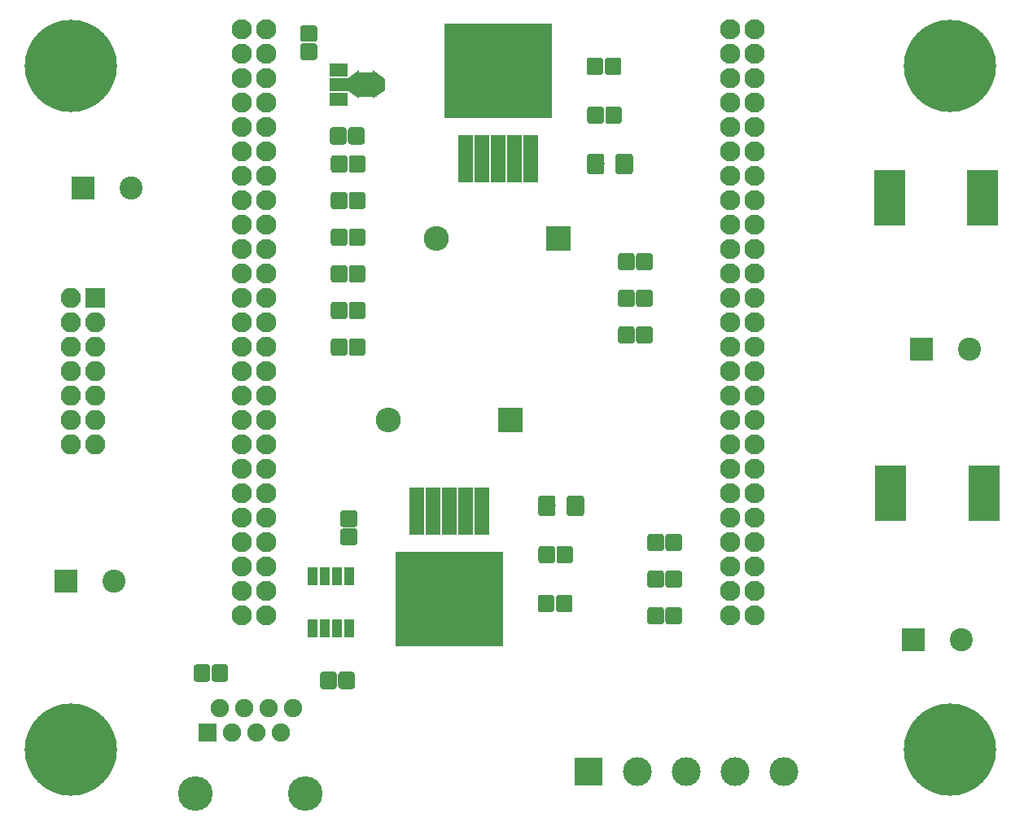
<source format=gts>
G04 #@! TF.GenerationSoftware,KiCad,Pcbnew,5.0.0-fee4fd1~65~ubuntu17.10.1*
G04 #@! TF.CreationDate,2019-03-27T18:24:38-05:00*
G04 #@! TF.ProjectId,control_v1,636F6E74726F6C5F76312E6B69636164,1*
G04 #@! TF.SameCoordinates,Original*
G04 #@! TF.FileFunction,Soldermask,Top*
G04 #@! TF.FilePolarity,Negative*
%FSLAX46Y46*%
G04 Gerber Fmt 4.6, Leading zero omitted, Abs format (unit mm)*
G04 Created by KiCad (PCBNEW 5.0.0-fee4fd1~65~ubuntu17.10.1) date Wed Mar 27 18:24:38 2019*
%MOMM*%
%LPD*%
G01*
G04 APERTURE LIST*
%ADD10C,0.100000*%
%ADD11C,1.725000*%
%ADD12C,2.400000*%
%ADD13R,2.400000X2.400000*%
%ADD14C,2.100000*%
%ADD15C,1.825000*%
%ADD16O,2.600000X2.600000*%
%ADD17R,2.600000X2.600000*%
%ADD18O,2.100000X2.100000*%
%ADD19R,2.100000X2.100000*%
%ADD20C,3.000000*%
%ADD21R,3.000000X3.000000*%
%ADD22C,1.900000*%
%ADD23R,1.900000X1.900000*%
%ADD24C,3.600000*%
%ADD25R,3.300000X5.800000*%
%ADD26R,11.200000X9.800000*%
%ADD27R,1.500000X5.000000*%
%ADD28C,9.600000*%
%ADD29C,1.400000*%
%ADD30R,2.240000X2.600000*%
%ADD31R,1.900000X1.400000*%
%ADD32R,2.200000X1.400000*%
%ADD33C,1.250000*%
%ADD34R,1.000000X1.950000*%
G04 APERTURE END LIST*
D10*
G04 #@! TO.C,C12*
G36*
X143862431Y-114122567D02*
X143894025Y-114127254D01*
X143925008Y-114135015D01*
X143955081Y-114145775D01*
X143983955Y-114159431D01*
X144011351Y-114175852D01*
X144037006Y-114194879D01*
X144060672Y-114216328D01*
X144082121Y-114239994D01*
X144101148Y-114265649D01*
X144117569Y-114293045D01*
X144131225Y-114321919D01*
X144141985Y-114351992D01*
X144149746Y-114382975D01*
X144154433Y-114414569D01*
X144156000Y-114446471D01*
X144156000Y-115520529D01*
X144154433Y-115552431D01*
X144149746Y-115584025D01*
X144141985Y-115615008D01*
X144131225Y-115645081D01*
X144117569Y-115673955D01*
X144101148Y-115701351D01*
X144082121Y-115727006D01*
X144060672Y-115750672D01*
X144037006Y-115772121D01*
X144011351Y-115791148D01*
X143983955Y-115807569D01*
X143955081Y-115821225D01*
X143925008Y-115831985D01*
X143894025Y-115839746D01*
X143862431Y-115844433D01*
X143830529Y-115846000D01*
X142681471Y-115846000D01*
X142649569Y-115844433D01*
X142617975Y-115839746D01*
X142586992Y-115831985D01*
X142556919Y-115821225D01*
X142528045Y-115807569D01*
X142500649Y-115791148D01*
X142474994Y-115772121D01*
X142451328Y-115750672D01*
X142429879Y-115727006D01*
X142410852Y-115701351D01*
X142394431Y-115673955D01*
X142380775Y-115645081D01*
X142370015Y-115615008D01*
X142362254Y-115584025D01*
X142357567Y-115552431D01*
X142356000Y-115520529D01*
X142356000Y-114446471D01*
X142357567Y-114414569D01*
X142362254Y-114382975D01*
X142370015Y-114351992D01*
X142380775Y-114321919D01*
X142394431Y-114293045D01*
X142410852Y-114265649D01*
X142429879Y-114239994D01*
X142451328Y-114216328D01*
X142474994Y-114194879D01*
X142500649Y-114175852D01*
X142528045Y-114159431D01*
X142556919Y-114145775D01*
X142586992Y-114135015D01*
X142617975Y-114127254D01*
X142649569Y-114122567D01*
X142681471Y-114121000D01*
X143830529Y-114121000D01*
X143862431Y-114122567D01*
X143862431Y-114122567D01*
G37*
D11*
X143256000Y-114983500D03*
D10*
G36*
X143862431Y-112247567D02*
X143894025Y-112252254D01*
X143925008Y-112260015D01*
X143955081Y-112270775D01*
X143983955Y-112284431D01*
X144011351Y-112300852D01*
X144037006Y-112319879D01*
X144060672Y-112341328D01*
X144082121Y-112364994D01*
X144101148Y-112390649D01*
X144117569Y-112418045D01*
X144131225Y-112446919D01*
X144141985Y-112476992D01*
X144149746Y-112507975D01*
X144154433Y-112539569D01*
X144156000Y-112571471D01*
X144156000Y-113645529D01*
X144154433Y-113677431D01*
X144149746Y-113709025D01*
X144141985Y-113740008D01*
X144131225Y-113770081D01*
X144117569Y-113798955D01*
X144101148Y-113826351D01*
X144082121Y-113852006D01*
X144060672Y-113875672D01*
X144037006Y-113897121D01*
X144011351Y-113916148D01*
X143983955Y-113932569D01*
X143955081Y-113946225D01*
X143925008Y-113956985D01*
X143894025Y-113964746D01*
X143862431Y-113969433D01*
X143830529Y-113971000D01*
X142681471Y-113971000D01*
X142649569Y-113969433D01*
X142617975Y-113964746D01*
X142586992Y-113956985D01*
X142556919Y-113946225D01*
X142528045Y-113932569D01*
X142500649Y-113916148D01*
X142474994Y-113897121D01*
X142451328Y-113875672D01*
X142429879Y-113852006D01*
X142410852Y-113826351D01*
X142394431Y-113798955D01*
X142380775Y-113770081D01*
X142370015Y-113740008D01*
X142362254Y-113709025D01*
X142357567Y-113677431D01*
X142356000Y-113645529D01*
X142356000Y-112571471D01*
X142357567Y-112539569D01*
X142362254Y-112507975D01*
X142370015Y-112476992D01*
X142380775Y-112446919D01*
X142394431Y-112418045D01*
X142410852Y-112390649D01*
X142429879Y-112364994D01*
X142451328Y-112341328D01*
X142474994Y-112319879D01*
X142500649Y-112300852D01*
X142528045Y-112284431D01*
X142556919Y-112270775D01*
X142586992Y-112260015D01*
X142617975Y-112252254D01*
X142649569Y-112247567D01*
X142681471Y-112246000D01*
X143830529Y-112246000D01*
X143862431Y-112247567D01*
X143862431Y-112247567D01*
G37*
D11*
X143256000Y-113108500D03*
G04 #@! TD*
D12*
G04 #@! TO.C,C3*
X207819000Y-95504000D03*
D13*
X202819000Y-95504000D03*
G04 #@! TD*
D14*
G04 #@! TO.C,M1*
X185420000Y-123190000D03*
X182880000Y-123190000D03*
X185420000Y-120650000D03*
X182880000Y-120650000D03*
X185420000Y-118110000D03*
X182880000Y-118110000D03*
X185420000Y-115570000D03*
X182880000Y-115570000D03*
X185420000Y-113030000D03*
X182880000Y-113030000D03*
X185420000Y-110490000D03*
X182880000Y-110490000D03*
X185420000Y-107950000D03*
X182880000Y-107950000D03*
X185420000Y-105410000D03*
X182880000Y-105410000D03*
X185420000Y-102870000D03*
X182880000Y-102870000D03*
X185420000Y-100330000D03*
X182880000Y-100330000D03*
X185420000Y-97790000D03*
X182880000Y-97790000D03*
X185420000Y-95250000D03*
X182880000Y-95250000D03*
X185420000Y-92710000D03*
X182880000Y-92710000D03*
X185420000Y-90170000D03*
X182880000Y-90170000D03*
X185420000Y-87630000D03*
X182880000Y-87630000D03*
X185420000Y-85090000D03*
X182880000Y-85090000D03*
X185420000Y-82550000D03*
X182880000Y-82550000D03*
X185420000Y-80010000D03*
X182880000Y-80010000D03*
X185420000Y-77470000D03*
X182880000Y-77470000D03*
X185420000Y-74930000D03*
X182880000Y-74930000D03*
X185420000Y-72390000D03*
X182880000Y-72390000D03*
X185420000Y-69850000D03*
X182880000Y-69850000D03*
X185420000Y-67310000D03*
X182880000Y-67310000D03*
X185420000Y-64770000D03*
X182880000Y-64770000D03*
X185420000Y-62230000D03*
X182880000Y-62230000D03*
X134620000Y-123190000D03*
X132080000Y-123190000D03*
X134620000Y-120650000D03*
X132080000Y-120650000D03*
X134620000Y-118110000D03*
X132080000Y-118110000D03*
X134620000Y-115570000D03*
X132080000Y-115570000D03*
X134620000Y-113030000D03*
X132080000Y-113030000D03*
X134620000Y-110490000D03*
X132080000Y-110490000D03*
X134620000Y-107950000D03*
X132080000Y-107950000D03*
X134620000Y-105410000D03*
X132080000Y-105410000D03*
X134620000Y-102870000D03*
X132080000Y-102870000D03*
X134620000Y-100330000D03*
X132080000Y-100330000D03*
X134620000Y-97790000D03*
X132080000Y-97790000D03*
X134620000Y-95250000D03*
X132080000Y-95250000D03*
X134620000Y-92710000D03*
X132080000Y-92710000D03*
X134620000Y-90170000D03*
X132080000Y-90170000D03*
X134620000Y-87630000D03*
X132080000Y-87630000D03*
X134620000Y-85090000D03*
X132080000Y-85090000D03*
X134620000Y-82550000D03*
X132080000Y-82550000D03*
X134620000Y-80010000D03*
X132080000Y-80010000D03*
X134620000Y-77470000D03*
X132080000Y-77470000D03*
X134620000Y-74930000D03*
X132080000Y-74930000D03*
X134620000Y-72390000D03*
X132080000Y-72390000D03*
X134620000Y-69850000D03*
X132080000Y-69850000D03*
X134620000Y-67310000D03*
X132080000Y-67310000D03*
X134620000Y-64770000D03*
X132080000Y-64770000D03*
X134620000Y-62230000D03*
X132080000Y-62230000D03*
G04 #@! TD*
D10*
G04 #@! TO.C,C5*
G36*
X172508707Y-75126542D02*
X172539787Y-75131152D01*
X172570266Y-75138787D01*
X172599850Y-75149372D01*
X172628254Y-75162806D01*
X172655204Y-75178959D01*
X172680442Y-75197677D01*
X172703723Y-75218777D01*
X172724823Y-75242058D01*
X172743541Y-75267296D01*
X172759694Y-75294246D01*
X172773128Y-75322650D01*
X172783713Y-75352234D01*
X172791348Y-75382713D01*
X172795958Y-75413793D01*
X172797500Y-75445176D01*
X172797500Y-76954824D01*
X172795958Y-76986207D01*
X172791348Y-77017287D01*
X172783713Y-77047766D01*
X172773128Y-77077350D01*
X172759694Y-77105754D01*
X172743541Y-77132704D01*
X172724823Y-77157942D01*
X172703723Y-77181223D01*
X172680442Y-77202323D01*
X172655204Y-77221041D01*
X172628254Y-77237194D01*
X172599850Y-77250628D01*
X172570266Y-77261213D01*
X172539787Y-77268848D01*
X172508707Y-77273458D01*
X172477324Y-77275000D01*
X171292676Y-77275000D01*
X171261293Y-77273458D01*
X171230213Y-77268848D01*
X171199734Y-77261213D01*
X171170150Y-77250628D01*
X171141746Y-77237194D01*
X171114796Y-77221041D01*
X171089558Y-77202323D01*
X171066277Y-77181223D01*
X171045177Y-77157942D01*
X171026459Y-77132704D01*
X171010306Y-77105754D01*
X170996872Y-77077350D01*
X170986287Y-77047766D01*
X170978652Y-77017287D01*
X170974042Y-76986207D01*
X170972500Y-76954824D01*
X170972500Y-75445176D01*
X170974042Y-75413793D01*
X170978652Y-75382713D01*
X170986287Y-75352234D01*
X170996872Y-75322650D01*
X171010306Y-75294246D01*
X171026459Y-75267296D01*
X171045177Y-75242058D01*
X171066277Y-75218777D01*
X171089558Y-75197677D01*
X171114796Y-75178959D01*
X171141746Y-75162806D01*
X171170150Y-75149372D01*
X171199734Y-75138787D01*
X171230213Y-75131152D01*
X171261293Y-75126542D01*
X171292676Y-75125000D01*
X172477324Y-75125000D01*
X172508707Y-75126542D01*
X172508707Y-75126542D01*
G37*
D15*
X171885000Y-76200000D03*
D10*
G36*
X169533707Y-75126542D02*
X169564787Y-75131152D01*
X169595266Y-75138787D01*
X169624850Y-75149372D01*
X169653254Y-75162806D01*
X169680204Y-75178959D01*
X169705442Y-75197677D01*
X169728723Y-75218777D01*
X169749823Y-75242058D01*
X169768541Y-75267296D01*
X169784694Y-75294246D01*
X169798128Y-75322650D01*
X169808713Y-75352234D01*
X169816348Y-75382713D01*
X169820958Y-75413793D01*
X169822500Y-75445176D01*
X169822500Y-76954824D01*
X169820958Y-76986207D01*
X169816348Y-77017287D01*
X169808713Y-77047766D01*
X169798128Y-77077350D01*
X169784694Y-77105754D01*
X169768541Y-77132704D01*
X169749823Y-77157942D01*
X169728723Y-77181223D01*
X169705442Y-77202323D01*
X169680204Y-77221041D01*
X169653254Y-77237194D01*
X169624850Y-77250628D01*
X169595266Y-77261213D01*
X169564787Y-77268848D01*
X169533707Y-77273458D01*
X169502324Y-77275000D01*
X168317676Y-77275000D01*
X168286293Y-77273458D01*
X168255213Y-77268848D01*
X168224734Y-77261213D01*
X168195150Y-77250628D01*
X168166746Y-77237194D01*
X168139796Y-77221041D01*
X168114558Y-77202323D01*
X168091277Y-77181223D01*
X168070177Y-77157942D01*
X168051459Y-77132704D01*
X168035306Y-77105754D01*
X168021872Y-77077350D01*
X168011287Y-77047766D01*
X168003652Y-77017287D01*
X167999042Y-76986207D01*
X167997500Y-76954824D01*
X167997500Y-75445176D01*
X167999042Y-75413793D01*
X168003652Y-75382713D01*
X168011287Y-75352234D01*
X168021872Y-75322650D01*
X168035306Y-75294246D01*
X168051459Y-75267296D01*
X168070177Y-75242058D01*
X168091277Y-75218777D01*
X168114558Y-75197677D01*
X168139796Y-75178959D01*
X168166746Y-75162806D01*
X168195150Y-75149372D01*
X168224734Y-75138787D01*
X168255213Y-75131152D01*
X168286293Y-75126542D01*
X168317676Y-75125000D01*
X169502324Y-75125000D01*
X169533707Y-75126542D01*
X169533707Y-75126542D01*
G37*
D15*
X168910000Y-76200000D03*
G04 #@! TD*
D10*
G04 #@! TO.C,C6*
G36*
X167428707Y-110686542D02*
X167459787Y-110691152D01*
X167490266Y-110698787D01*
X167519850Y-110709372D01*
X167548254Y-110722806D01*
X167575204Y-110738959D01*
X167600442Y-110757677D01*
X167623723Y-110778777D01*
X167644823Y-110802058D01*
X167663541Y-110827296D01*
X167679694Y-110854246D01*
X167693128Y-110882650D01*
X167703713Y-110912234D01*
X167711348Y-110942713D01*
X167715958Y-110973793D01*
X167717500Y-111005176D01*
X167717500Y-112514824D01*
X167715958Y-112546207D01*
X167711348Y-112577287D01*
X167703713Y-112607766D01*
X167693128Y-112637350D01*
X167679694Y-112665754D01*
X167663541Y-112692704D01*
X167644823Y-112717942D01*
X167623723Y-112741223D01*
X167600442Y-112762323D01*
X167575204Y-112781041D01*
X167548254Y-112797194D01*
X167519850Y-112810628D01*
X167490266Y-112821213D01*
X167459787Y-112828848D01*
X167428707Y-112833458D01*
X167397324Y-112835000D01*
X166212676Y-112835000D01*
X166181293Y-112833458D01*
X166150213Y-112828848D01*
X166119734Y-112821213D01*
X166090150Y-112810628D01*
X166061746Y-112797194D01*
X166034796Y-112781041D01*
X166009558Y-112762323D01*
X165986277Y-112741223D01*
X165965177Y-112717942D01*
X165946459Y-112692704D01*
X165930306Y-112665754D01*
X165916872Y-112637350D01*
X165906287Y-112607766D01*
X165898652Y-112577287D01*
X165894042Y-112546207D01*
X165892500Y-112514824D01*
X165892500Y-111005176D01*
X165894042Y-110973793D01*
X165898652Y-110942713D01*
X165906287Y-110912234D01*
X165916872Y-110882650D01*
X165930306Y-110854246D01*
X165946459Y-110827296D01*
X165965177Y-110802058D01*
X165986277Y-110778777D01*
X166009558Y-110757677D01*
X166034796Y-110738959D01*
X166061746Y-110722806D01*
X166090150Y-110709372D01*
X166119734Y-110698787D01*
X166150213Y-110691152D01*
X166181293Y-110686542D01*
X166212676Y-110685000D01*
X167397324Y-110685000D01*
X167428707Y-110686542D01*
X167428707Y-110686542D01*
G37*
D15*
X166805000Y-111760000D03*
D10*
G36*
X164453707Y-110686542D02*
X164484787Y-110691152D01*
X164515266Y-110698787D01*
X164544850Y-110709372D01*
X164573254Y-110722806D01*
X164600204Y-110738959D01*
X164625442Y-110757677D01*
X164648723Y-110778777D01*
X164669823Y-110802058D01*
X164688541Y-110827296D01*
X164704694Y-110854246D01*
X164718128Y-110882650D01*
X164728713Y-110912234D01*
X164736348Y-110942713D01*
X164740958Y-110973793D01*
X164742500Y-111005176D01*
X164742500Y-112514824D01*
X164740958Y-112546207D01*
X164736348Y-112577287D01*
X164728713Y-112607766D01*
X164718128Y-112637350D01*
X164704694Y-112665754D01*
X164688541Y-112692704D01*
X164669823Y-112717942D01*
X164648723Y-112741223D01*
X164625442Y-112762323D01*
X164600204Y-112781041D01*
X164573254Y-112797194D01*
X164544850Y-112810628D01*
X164515266Y-112821213D01*
X164484787Y-112828848D01*
X164453707Y-112833458D01*
X164422324Y-112835000D01*
X163237676Y-112835000D01*
X163206293Y-112833458D01*
X163175213Y-112828848D01*
X163144734Y-112821213D01*
X163115150Y-112810628D01*
X163086746Y-112797194D01*
X163059796Y-112781041D01*
X163034558Y-112762323D01*
X163011277Y-112741223D01*
X162990177Y-112717942D01*
X162971459Y-112692704D01*
X162955306Y-112665754D01*
X162941872Y-112637350D01*
X162931287Y-112607766D01*
X162923652Y-112577287D01*
X162919042Y-112546207D01*
X162917500Y-112514824D01*
X162917500Y-111005176D01*
X162919042Y-110973793D01*
X162923652Y-110942713D01*
X162931287Y-110912234D01*
X162941872Y-110882650D01*
X162955306Y-110854246D01*
X162971459Y-110827296D01*
X162990177Y-110802058D01*
X163011277Y-110778777D01*
X163034558Y-110757677D01*
X163059796Y-110738959D01*
X163086746Y-110722806D01*
X163115150Y-110709372D01*
X163144734Y-110698787D01*
X163175213Y-110691152D01*
X163206293Y-110686542D01*
X163237676Y-110685000D01*
X164422324Y-110685000D01*
X164453707Y-110686542D01*
X164453707Y-110686542D01*
G37*
D15*
X163830000Y-111760000D03*
G04 #@! TD*
D16*
G04 #@! TO.C,D1*
X152323800Y-83972400D03*
D17*
X165023800Y-83972400D03*
G04 #@! TD*
D16*
G04 #@! TO.C,D2*
X147320000Y-102870000D03*
D17*
X160020000Y-102870000D03*
G04 #@! TD*
D18*
G04 #@! TO.C,J1*
X114300000Y-105410000D03*
X116840000Y-105410000D03*
X114300000Y-102870000D03*
X116840000Y-102870000D03*
X114300000Y-100330000D03*
X116840000Y-100330000D03*
X114300000Y-97790000D03*
X116840000Y-97790000D03*
X114300000Y-95250000D03*
X116840000Y-95250000D03*
X114300000Y-92710000D03*
X116840000Y-92710000D03*
X114300000Y-90170000D03*
D19*
X116840000Y-90170000D03*
G04 #@! TD*
D20*
G04 #@! TO.C,J2*
X188468000Y-139446000D03*
X183388000Y-139446000D03*
X178308000Y-139446000D03*
X173228000Y-139446000D03*
D21*
X168148000Y-139446000D03*
G04 #@! TD*
D22*
G04 #@! TO.C,J4*
X137414000Y-132842000D03*
X136144000Y-135382000D03*
X134874000Y-132842000D03*
X133604000Y-135382000D03*
X132334000Y-132842000D03*
X131064000Y-135382000D03*
X129794000Y-132842000D03*
D23*
X128524000Y-135382000D03*
D24*
X127254000Y-141732000D03*
X138684000Y-141732000D03*
G04 #@! TD*
D25*
G04 #@! TO.C,L1*
X199493000Y-79756000D03*
X209193000Y-79756000D03*
G04 #@! TD*
G04 #@! TO.C,L2*
X199620000Y-110490000D03*
X209320000Y-110490000D03*
G04 #@! TD*
D10*
G04 #@! TO.C,R1*
G36*
X169478931Y-70221567D02*
X169510525Y-70226254D01*
X169541508Y-70234015D01*
X169571581Y-70244775D01*
X169600455Y-70258431D01*
X169627851Y-70274852D01*
X169653506Y-70293879D01*
X169677172Y-70315328D01*
X169698621Y-70338994D01*
X169717648Y-70364649D01*
X169734069Y-70392045D01*
X169747725Y-70420919D01*
X169758485Y-70450992D01*
X169766246Y-70481975D01*
X169770933Y-70513569D01*
X169772500Y-70545471D01*
X169772500Y-71694529D01*
X169770933Y-71726431D01*
X169766246Y-71758025D01*
X169758485Y-71789008D01*
X169747725Y-71819081D01*
X169734069Y-71847955D01*
X169717648Y-71875351D01*
X169698621Y-71901006D01*
X169677172Y-71924672D01*
X169653506Y-71946121D01*
X169627851Y-71965148D01*
X169600455Y-71981569D01*
X169571581Y-71995225D01*
X169541508Y-72005985D01*
X169510525Y-72013746D01*
X169478931Y-72018433D01*
X169447029Y-72020000D01*
X168372971Y-72020000D01*
X168341069Y-72018433D01*
X168309475Y-72013746D01*
X168278492Y-72005985D01*
X168248419Y-71995225D01*
X168219545Y-71981569D01*
X168192149Y-71965148D01*
X168166494Y-71946121D01*
X168142828Y-71924672D01*
X168121379Y-71901006D01*
X168102352Y-71875351D01*
X168085931Y-71847955D01*
X168072275Y-71819081D01*
X168061515Y-71789008D01*
X168053754Y-71758025D01*
X168049067Y-71726431D01*
X168047500Y-71694529D01*
X168047500Y-70545471D01*
X168049067Y-70513569D01*
X168053754Y-70481975D01*
X168061515Y-70450992D01*
X168072275Y-70420919D01*
X168085931Y-70392045D01*
X168102352Y-70364649D01*
X168121379Y-70338994D01*
X168142828Y-70315328D01*
X168166494Y-70293879D01*
X168192149Y-70274852D01*
X168219545Y-70258431D01*
X168248419Y-70244775D01*
X168278492Y-70234015D01*
X168309475Y-70226254D01*
X168341069Y-70221567D01*
X168372971Y-70220000D01*
X169447029Y-70220000D01*
X169478931Y-70221567D01*
X169478931Y-70221567D01*
G37*
D11*
X168910000Y-71120000D03*
D10*
G36*
X171353931Y-70221567D02*
X171385525Y-70226254D01*
X171416508Y-70234015D01*
X171446581Y-70244775D01*
X171475455Y-70258431D01*
X171502851Y-70274852D01*
X171528506Y-70293879D01*
X171552172Y-70315328D01*
X171573621Y-70338994D01*
X171592648Y-70364649D01*
X171609069Y-70392045D01*
X171622725Y-70420919D01*
X171633485Y-70450992D01*
X171641246Y-70481975D01*
X171645933Y-70513569D01*
X171647500Y-70545471D01*
X171647500Y-71694529D01*
X171645933Y-71726431D01*
X171641246Y-71758025D01*
X171633485Y-71789008D01*
X171622725Y-71819081D01*
X171609069Y-71847955D01*
X171592648Y-71875351D01*
X171573621Y-71901006D01*
X171552172Y-71924672D01*
X171528506Y-71946121D01*
X171502851Y-71965148D01*
X171475455Y-71981569D01*
X171446581Y-71995225D01*
X171416508Y-72005985D01*
X171385525Y-72013746D01*
X171353931Y-72018433D01*
X171322029Y-72020000D01*
X170247971Y-72020000D01*
X170216069Y-72018433D01*
X170184475Y-72013746D01*
X170153492Y-72005985D01*
X170123419Y-71995225D01*
X170094545Y-71981569D01*
X170067149Y-71965148D01*
X170041494Y-71946121D01*
X170017828Y-71924672D01*
X169996379Y-71901006D01*
X169977352Y-71875351D01*
X169960931Y-71847955D01*
X169947275Y-71819081D01*
X169936515Y-71789008D01*
X169928754Y-71758025D01*
X169924067Y-71726431D01*
X169922500Y-71694529D01*
X169922500Y-70545471D01*
X169924067Y-70513569D01*
X169928754Y-70481975D01*
X169936515Y-70450992D01*
X169947275Y-70420919D01*
X169960931Y-70392045D01*
X169977352Y-70364649D01*
X169996379Y-70338994D01*
X170017828Y-70315328D01*
X170041494Y-70293879D01*
X170067149Y-70274852D01*
X170094545Y-70258431D01*
X170123419Y-70244775D01*
X170153492Y-70234015D01*
X170184475Y-70226254D01*
X170216069Y-70221567D01*
X170247971Y-70220000D01*
X171322029Y-70220000D01*
X171353931Y-70221567D01*
X171353931Y-70221567D01*
G37*
D11*
X170785000Y-71120000D03*
G04 #@! TD*
D10*
G04 #@! TO.C,R4*
G36*
X166273931Y-115941567D02*
X166305525Y-115946254D01*
X166336508Y-115954015D01*
X166366581Y-115964775D01*
X166395455Y-115978431D01*
X166422851Y-115994852D01*
X166448506Y-116013879D01*
X166472172Y-116035328D01*
X166493621Y-116058994D01*
X166512648Y-116084649D01*
X166529069Y-116112045D01*
X166542725Y-116140919D01*
X166553485Y-116170992D01*
X166561246Y-116201975D01*
X166565933Y-116233569D01*
X166567500Y-116265471D01*
X166567500Y-117414529D01*
X166565933Y-117446431D01*
X166561246Y-117478025D01*
X166553485Y-117509008D01*
X166542725Y-117539081D01*
X166529069Y-117567955D01*
X166512648Y-117595351D01*
X166493621Y-117621006D01*
X166472172Y-117644672D01*
X166448506Y-117666121D01*
X166422851Y-117685148D01*
X166395455Y-117701569D01*
X166366581Y-117715225D01*
X166336508Y-117725985D01*
X166305525Y-117733746D01*
X166273931Y-117738433D01*
X166242029Y-117740000D01*
X165167971Y-117740000D01*
X165136069Y-117738433D01*
X165104475Y-117733746D01*
X165073492Y-117725985D01*
X165043419Y-117715225D01*
X165014545Y-117701569D01*
X164987149Y-117685148D01*
X164961494Y-117666121D01*
X164937828Y-117644672D01*
X164916379Y-117621006D01*
X164897352Y-117595351D01*
X164880931Y-117567955D01*
X164867275Y-117539081D01*
X164856515Y-117509008D01*
X164848754Y-117478025D01*
X164844067Y-117446431D01*
X164842500Y-117414529D01*
X164842500Y-116265471D01*
X164844067Y-116233569D01*
X164848754Y-116201975D01*
X164856515Y-116170992D01*
X164867275Y-116140919D01*
X164880931Y-116112045D01*
X164897352Y-116084649D01*
X164916379Y-116058994D01*
X164937828Y-116035328D01*
X164961494Y-116013879D01*
X164987149Y-115994852D01*
X165014545Y-115978431D01*
X165043419Y-115964775D01*
X165073492Y-115954015D01*
X165104475Y-115946254D01*
X165136069Y-115941567D01*
X165167971Y-115940000D01*
X166242029Y-115940000D01*
X166273931Y-115941567D01*
X166273931Y-115941567D01*
G37*
D11*
X165705000Y-116840000D03*
D10*
G36*
X164398931Y-115941567D02*
X164430525Y-115946254D01*
X164461508Y-115954015D01*
X164491581Y-115964775D01*
X164520455Y-115978431D01*
X164547851Y-115994852D01*
X164573506Y-116013879D01*
X164597172Y-116035328D01*
X164618621Y-116058994D01*
X164637648Y-116084649D01*
X164654069Y-116112045D01*
X164667725Y-116140919D01*
X164678485Y-116170992D01*
X164686246Y-116201975D01*
X164690933Y-116233569D01*
X164692500Y-116265471D01*
X164692500Y-117414529D01*
X164690933Y-117446431D01*
X164686246Y-117478025D01*
X164678485Y-117509008D01*
X164667725Y-117539081D01*
X164654069Y-117567955D01*
X164637648Y-117595351D01*
X164618621Y-117621006D01*
X164597172Y-117644672D01*
X164573506Y-117666121D01*
X164547851Y-117685148D01*
X164520455Y-117701569D01*
X164491581Y-117715225D01*
X164461508Y-117725985D01*
X164430525Y-117733746D01*
X164398931Y-117738433D01*
X164367029Y-117740000D01*
X163292971Y-117740000D01*
X163261069Y-117738433D01*
X163229475Y-117733746D01*
X163198492Y-117725985D01*
X163168419Y-117715225D01*
X163139545Y-117701569D01*
X163112149Y-117685148D01*
X163086494Y-117666121D01*
X163062828Y-117644672D01*
X163041379Y-117621006D01*
X163022352Y-117595351D01*
X163005931Y-117567955D01*
X162992275Y-117539081D01*
X162981515Y-117509008D01*
X162973754Y-117478025D01*
X162969067Y-117446431D01*
X162967500Y-117414529D01*
X162967500Y-116265471D01*
X162969067Y-116233569D01*
X162973754Y-116201975D01*
X162981515Y-116170992D01*
X162992275Y-116140919D01*
X163005931Y-116112045D01*
X163022352Y-116084649D01*
X163041379Y-116058994D01*
X163062828Y-116035328D01*
X163086494Y-116013879D01*
X163112149Y-115994852D01*
X163139545Y-115978431D01*
X163168419Y-115964775D01*
X163198492Y-115954015D01*
X163229475Y-115946254D01*
X163261069Y-115941567D01*
X163292971Y-115940000D01*
X164367029Y-115940000D01*
X164398931Y-115941567D01*
X164398931Y-115941567D01*
G37*
D11*
X163830000Y-116840000D03*
G04 #@! TD*
D10*
G04 #@! TO.C,R7*
G36*
X144683931Y-82921567D02*
X144715525Y-82926254D01*
X144746508Y-82934015D01*
X144776581Y-82944775D01*
X144805455Y-82958431D01*
X144832851Y-82974852D01*
X144858506Y-82993879D01*
X144882172Y-83015328D01*
X144903621Y-83038994D01*
X144922648Y-83064649D01*
X144939069Y-83092045D01*
X144952725Y-83120919D01*
X144963485Y-83150992D01*
X144971246Y-83181975D01*
X144975933Y-83213569D01*
X144977500Y-83245471D01*
X144977500Y-84394529D01*
X144975933Y-84426431D01*
X144971246Y-84458025D01*
X144963485Y-84489008D01*
X144952725Y-84519081D01*
X144939069Y-84547955D01*
X144922648Y-84575351D01*
X144903621Y-84601006D01*
X144882172Y-84624672D01*
X144858506Y-84646121D01*
X144832851Y-84665148D01*
X144805455Y-84681569D01*
X144776581Y-84695225D01*
X144746508Y-84705985D01*
X144715525Y-84713746D01*
X144683931Y-84718433D01*
X144652029Y-84720000D01*
X143577971Y-84720000D01*
X143546069Y-84718433D01*
X143514475Y-84713746D01*
X143483492Y-84705985D01*
X143453419Y-84695225D01*
X143424545Y-84681569D01*
X143397149Y-84665148D01*
X143371494Y-84646121D01*
X143347828Y-84624672D01*
X143326379Y-84601006D01*
X143307352Y-84575351D01*
X143290931Y-84547955D01*
X143277275Y-84519081D01*
X143266515Y-84489008D01*
X143258754Y-84458025D01*
X143254067Y-84426431D01*
X143252500Y-84394529D01*
X143252500Y-83245471D01*
X143254067Y-83213569D01*
X143258754Y-83181975D01*
X143266515Y-83150992D01*
X143277275Y-83120919D01*
X143290931Y-83092045D01*
X143307352Y-83064649D01*
X143326379Y-83038994D01*
X143347828Y-83015328D01*
X143371494Y-82993879D01*
X143397149Y-82974852D01*
X143424545Y-82958431D01*
X143453419Y-82944775D01*
X143483492Y-82934015D01*
X143514475Y-82926254D01*
X143546069Y-82921567D01*
X143577971Y-82920000D01*
X144652029Y-82920000D01*
X144683931Y-82921567D01*
X144683931Y-82921567D01*
G37*
D11*
X144115000Y-83820000D03*
D10*
G36*
X142808931Y-82921567D02*
X142840525Y-82926254D01*
X142871508Y-82934015D01*
X142901581Y-82944775D01*
X142930455Y-82958431D01*
X142957851Y-82974852D01*
X142983506Y-82993879D01*
X143007172Y-83015328D01*
X143028621Y-83038994D01*
X143047648Y-83064649D01*
X143064069Y-83092045D01*
X143077725Y-83120919D01*
X143088485Y-83150992D01*
X143096246Y-83181975D01*
X143100933Y-83213569D01*
X143102500Y-83245471D01*
X143102500Y-84394529D01*
X143100933Y-84426431D01*
X143096246Y-84458025D01*
X143088485Y-84489008D01*
X143077725Y-84519081D01*
X143064069Y-84547955D01*
X143047648Y-84575351D01*
X143028621Y-84601006D01*
X143007172Y-84624672D01*
X142983506Y-84646121D01*
X142957851Y-84665148D01*
X142930455Y-84681569D01*
X142901581Y-84695225D01*
X142871508Y-84705985D01*
X142840525Y-84713746D01*
X142808931Y-84718433D01*
X142777029Y-84720000D01*
X141702971Y-84720000D01*
X141671069Y-84718433D01*
X141639475Y-84713746D01*
X141608492Y-84705985D01*
X141578419Y-84695225D01*
X141549545Y-84681569D01*
X141522149Y-84665148D01*
X141496494Y-84646121D01*
X141472828Y-84624672D01*
X141451379Y-84601006D01*
X141432352Y-84575351D01*
X141415931Y-84547955D01*
X141402275Y-84519081D01*
X141391515Y-84489008D01*
X141383754Y-84458025D01*
X141379067Y-84426431D01*
X141377500Y-84394529D01*
X141377500Y-83245471D01*
X141379067Y-83213569D01*
X141383754Y-83181975D01*
X141391515Y-83150992D01*
X141402275Y-83120919D01*
X141415931Y-83092045D01*
X141432352Y-83064649D01*
X141451379Y-83038994D01*
X141472828Y-83015328D01*
X141496494Y-82993879D01*
X141522149Y-82974852D01*
X141549545Y-82958431D01*
X141578419Y-82944775D01*
X141608492Y-82934015D01*
X141639475Y-82926254D01*
X141671069Y-82921567D01*
X141702971Y-82920000D01*
X142777029Y-82920000D01*
X142808931Y-82921567D01*
X142808931Y-82921567D01*
G37*
D11*
X142240000Y-83820000D03*
G04 #@! TD*
D10*
G04 #@! TO.C,R8*
G36*
X142808931Y-79111567D02*
X142840525Y-79116254D01*
X142871508Y-79124015D01*
X142901581Y-79134775D01*
X142930455Y-79148431D01*
X142957851Y-79164852D01*
X142983506Y-79183879D01*
X143007172Y-79205328D01*
X143028621Y-79228994D01*
X143047648Y-79254649D01*
X143064069Y-79282045D01*
X143077725Y-79310919D01*
X143088485Y-79340992D01*
X143096246Y-79371975D01*
X143100933Y-79403569D01*
X143102500Y-79435471D01*
X143102500Y-80584529D01*
X143100933Y-80616431D01*
X143096246Y-80648025D01*
X143088485Y-80679008D01*
X143077725Y-80709081D01*
X143064069Y-80737955D01*
X143047648Y-80765351D01*
X143028621Y-80791006D01*
X143007172Y-80814672D01*
X142983506Y-80836121D01*
X142957851Y-80855148D01*
X142930455Y-80871569D01*
X142901581Y-80885225D01*
X142871508Y-80895985D01*
X142840525Y-80903746D01*
X142808931Y-80908433D01*
X142777029Y-80910000D01*
X141702971Y-80910000D01*
X141671069Y-80908433D01*
X141639475Y-80903746D01*
X141608492Y-80895985D01*
X141578419Y-80885225D01*
X141549545Y-80871569D01*
X141522149Y-80855148D01*
X141496494Y-80836121D01*
X141472828Y-80814672D01*
X141451379Y-80791006D01*
X141432352Y-80765351D01*
X141415931Y-80737955D01*
X141402275Y-80709081D01*
X141391515Y-80679008D01*
X141383754Y-80648025D01*
X141379067Y-80616431D01*
X141377500Y-80584529D01*
X141377500Y-79435471D01*
X141379067Y-79403569D01*
X141383754Y-79371975D01*
X141391515Y-79340992D01*
X141402275Y-79310919D01*
X141415931Y-79282045D01*
X141432352Y-79254649D01*
X141451379Y-79228994D01*
X141472828Y-79205328D01*
X141496494Y-79183879D01*
X141522149Y-79164852D01*
X141549545Y-79148431D01*
X141578419Y-79134775D01*
X141608492Y-79124015D01*
X141639475Y-79116254D01*
X141671069Y-79111567D01*
X141702971Y-79110000D01*
X142777029Y-79110000D01*
X142808931Y-79111567D01*
X142808931Y-79111567D01*
G37*
D11*
X142240000Y-80010000D03*
D10*
G36*
X144683931Y-79111567D02*
X144715525Y-79116254D01*
X144746508Y-79124015D01*
X144776581Y-79134775D01*
X144805455Y-79148431D01*
X144832851Y-79164852D01*
X144858506Y-79183879D01*
X144882172Y-79205328D01*
X144903621Y-79228994D01*
X144922648Y-79254649D01*
X144939069Y-79282045D01*
X144952725Y-79310919D01*
X144963485Y-79340992D01*
X144971246Y-79371975D01*
X144975933Y-79403569D01*
X144977500Y-79435471D01*
X144977500Y-80584529D01*
X144975933Y-80616431D01*
X144971246Y-80648025D01*
X144963485Y-80679008D01*
X144952725Y-80709081D01*
X144939069Y-80737955D01*
X144922648Y-80765351D01*
X144903621Y-80791006D01*
X144882172Y-80814672D01*
X144858506Y-80836121D01*
X144832851Y-80855148D01*
X144805455Y-80871569D01*
X144776581Y-80885225D01*
X144746508Y-80895985D01*
X144715525Y-80903746D01*
X144683931Y-80908433D01*
X144652029Y-80910000D01*
X143577971Y-80910000D01*
X143546069Y-80908433D01*
X143514475Y-80903746D01*
X143483492Y-80895985D01*
X143453419Y-80885225D01*
X143424545Y-80871569D01*
X143397149Y-80855148D01*
X143371494Y-80836121D01*
X143347828Y-80814672D01*
X143326379Y-80791006D01*
X143307352Y-80765351D01*
X143290931Y-80737955D01*
X143277275Y-80709081D01*
X143266515Y-80679008D01*
X143258754Y-80648025D01*
X143254067Y-80616431D01*
X143252500Y-80584529D01*
X143252500Y-79435471D01*
X143254067Y-79403569D01*
X143258754Y-79371975D01*
X143266515Y-79340992D01*
X143277275Y-79310919D01*
X143290931Y-79282045D01*
X143307352Y-79254649D01*
X143326379Y-79228994D01*
X143347828Y-79205328D01*
X143371494Y-79183879D01*
X143397149Y-79164852D01*
X143424545Y-79148431D01*
X143453419Y-79134775D01*
X143483492Y-79124015D01*
X143514475Y-79116254D01*
X143546069Y-79111567D01*
X143577971Y-79110000D01*
X144652029Y-79110000D01*
X144683931Y-79111567D01*
X144683931Y-79111567D01*
G37*
D11*
X144115000Y-80010000D03*
G04 #@! TD*
D26*
G04 #@! TO.C,U1*
X158750000Y-66475000D03*
D27*
X162150000Y-75625000D03*
X160450000Y-75625000D03*
X158750000Y-75625000D03*
X157050000Y-75625000D03*
X155350000Y-75625000D03*
G04 #@! TD*
D26*
G04 #@! TO.C,U2*
X153670000Y-121485000D03*
D27*
X150270000Y-112335000D03*
X151970000Y-112335000D03*
X153670000Y-112335000D03*
X155370000Y-112335000D03*
X157070000Y-112335000D03*
G04 #@! TD*
D10*
G04 #@! TO.C,C7*
G36*
X144683931Y-94351567D02*
X144715525Y-94356254D01*
X144746508Y-94364015D01*
X144776581Y-94374775D01*
X144805455Y-94388431D01*
X144832851Y-94404852D01*
X144858506Y-94423879D01*
X144882172Y-94445328D01*
X144903621Y-94468994D01*
X144922648Y-94494649D01*
X144939069Y-94522045D01*
X144952725Y-94550919D01*
X144963485Y-94580992D01*
X144971246Y-94611975D01*
X144975933Y-94643569D01*
X144977500Y-94675471D01*
X144977500Y-95824529D01*
X144975933Y-95856431D01*
X144971246Y-95888025D01*
X144963485Y-95919008D01*
X144952725Y-95949081D01*
X144939069Y-95977955D01*
X144922648Y-96005351D01*
X144903621Y-96031006D01*
X144882172Y-96054672D01*
X144858506Y-96076121D01*
X144832851Y-96095148D01*
X144805455Y-96111569D01*
X144776581Y-96125225D01*
X144746508Y-96135985D01*
X144715525Y-96143746D01*
X144683931Y-96148433D01*
X144652029Y-96150000D01*
X143577971Y-96150000D01*
X143546069Y-96148433D01*
X143514475Y-96143746D01*
X143483492Y-96135985D01*
X143453419Y-96125225D01*
X143424545Y-96111569D01*
X143397149Y-96095148D01*
X143371494Y-96076121D01*
X143347828Y-96054672D01*
X143326379Y-96031006D01*
X143307352Y-96005351D01*
X143290931Y-95977955D01*
X143277275Y-95949081D01*
X143266515Y-95919008D01*
X143258754Y-95888025D01*
X143254067Y-95856431D01*
X143252500Y-95824529D01*
X143252500Y-94675471D01*
X143254067Y-94643569D01*
X143258754Y-94611975D01*
X143266515Y-94580992D01*
X143277275Y-94550919D01*
X143290931Y-94522045D01*
X143307352Y-94494649D01*
X143326379Y-94468994D01*
X143347828Y-94445328D01*
X143371494Y-94423879D01*
X143397149Y-94404852D01*
X143424545Y-94388431D01*
X143453419Y-94374775D01*
X143483492Y-94364015D01*
X143514475Y-94356254D01*
X143546069Y-94351567D01*
X143577971Y-94350000D01*
X144652029Y-94350000D01*
X144683931Y-94351567D01*
X144683931Y-94351567D01*
G37*
D11*
X144115000Y-95250000D03*
D10*
G36*
X142808931Y-94351567D02*
X142840525Y-94356254D01*
X142871508Y-94364015D01*
X142901581Y-94374775D01*
X142930455Y-94388431D01*
X142957851Y-94404852D01*
X142983506Y-94423879D01*
X143007172Y-94445328D01*
X143028621Y-94468994D01*
X143047648Y-94494649D01*
X143064069Y-94522045D01*
X143077725Y-94550919D01*
X143088485Y-94580992D01*
X143096246Y-94611975D01*
X143100933Y-94643569D01*
X143102500Y-94675471D01*
X143102500Y-95824529D01*
X143100933Y-95856431D01*
X143096246Y-95888025D01*
X143088485Y-95919008D01*
X143077725Y-95949081D01*
X143064069Y-95977955D01*
X143047648Y-96005351D01*
X143028621Y-96031006D01*
X143007172Y-96054672D01*
X142983506Y-96076121D01*
X142957851Y-96095148D01*
X142930455Y-96111569D01*
X142901581Y-96125225D01*
X142871508Y-96135985D01*
X142840525Y-96143746D01*
X142808931Y-96148433D01*
X142777029Y-96150000D01*
X141702971Y-96150000D01*
X141671069Y-96148433D01*
X141639475Y-96143746D01*
X141608492Y-96135985D01*
X141578419Y-96125225D01*
X141549545Y-96111569D01*
X141522149Y-96095148D01*
X141496494Y-96076121D01*
X141472828Y-96054672D01*
X141451379Y-96031006D01*
X141432352Y-96005351D01*
X141415931Y-95977955D01*
X141402275Y-95949081D01*
X141391515Y-95919008D01*
X141383754Y-95888025D01*
X141379067Y-95856431D01*
X141377500Y-95824529D01*
X141377500Y-94675471D01*
X141379067Y-94643569D01*
X141383754Y-94611975D01*
X141391515Y-94580992D01*
X141402275Y-94550919D01*
X141415931Y-94522045D01*
X141432352Y-94494649D01*
X141451379Y-94468994D01*
X141472828Y-94445328D01*
X141496494Y-94423879D01*
X141522149Y-94404852D01*
X141549545Y-94388431D01*
X141578419Y-94374775D01*
X141608492Y-94364015D01*
X141639475Y-94356254D01*
X141671069Y-94351567D01*
X141702971Y-94350000D01*
X142777029Y-94350000D01*
X142808931Y-94351567D01*
X142808931Y-94351567D01*
G37*
D11*
X142240000Y-95250000D03*
G04 #@! TD*
D10*
G04 #@! TO.C,C8*
G36*
X175731931Y-114671567D02*
X175763525Y-114676254D01*
X175794508Y-114684015D01*
X175824581Y-114694775D01*
X175853455Y-114708431D01*
X175880851Y-114724852D01*
X175906506Y-114743879D01*
X175930172Y-114765328D01*
X175951621Y-114788994D01*
X175970648Y-114814649D01*
X175987069Y-114842045D01*
X176000725Y-114870919D01*
X176011485Y-114900992D01*
X176019246Y-114931975D01*
X176023933Y-114963569D01*
X176025500Y-114995471D01*
X176025500Y-116144529D01*
X176023933Y-116176431D01*
X176019246Y-116208025D01*
X176011485Y-116239008D01*
X176000725Y-116269081D01*
X175987069Y-116297955D01*
X175970648Y-116325351D01*
X175951621Y-116351006D01*
X175930172Y-116374672D01*
X175906506Y-116396121D01*
X175880851Y-116415148D01*
X175853455Y-116431569D01*
X175824581Y-116445225D01*
X175794508Y-116455985D01*
X175763525Y-116463746D01*
X175731931Y-116468433D01*
X175700029Y-116470000D01*
X174625971Y-116470000D01*
X174594069Y-116468433D01*
X174562475Y-116463746D01*
X174531492Y-116455985D01*
X174501419Y-116445225D01*
X174472545Y-116431569D01*
X174445149Y-116415148D01*
X174419494Y-116396121D01*
X174395828Y-116374672D01*
X174374379Y-116351006D01*
X174355352Y-116325351D01*
X174338931Y-116297955D01*
X174325275Y-116269081D01*
X174314515Y-116239008D01*
X174306754Y-116208025D01*
X174302067Y-116176431D01*
X174300500Y-116144529D01*
X174300500Y-114995471D01*
X174302067Y-114963569D01*
X174306754Y-114931975D01*
X174314515Y-114900992D01*
X174325275Y-114870919D01*
X174338931Y-114842045D01*
X174355352Y-114814649D01*
X174374379Y-114788994D01*
X174395828Y-114765328D01*
X174419494Y-114743879D01*
X174445149Y-114724852D01*
X174472545Y-114708431D01*
X174501419Y-114694775D01*
X174531492Y-114684015D01*
X174562475Y-114676254D01*
X174594069Y-114671567D01*
X174625971Y-114670000D01*
X175700029Y-114670000D01*
X175731931Y-114671567D01*
X175731931Y-114671567D01*
G37*
D11*
X175163000Y-115570000D03*
D10*
G36*
X177606931Y-114671567D02*
X177638525Y-114676254D01*
X177669508Y-114684015D01*
X177699581Y-114694775D01*
X177728455Y-114708431D01*
X177755851Y-114724852D01*
X177781506Y-114743879D01*
X177805172Y-114765328D01*
X177826621Y-114788994D01*
X177845648Y-114814649D01*
X177862069Y-114842045D01*
X177875725Y-114870919D01*
X177886485Y-114900992D01*
X177894246Y-114931975D01*
X177898933Y-114963569D01*
X177900500Y-114995471D01*
X177900500Y-116144529D01*
X177898933Y-116176431D01*
X177894246Y-116208025D01*
X177886485Y-116239008D01*
X177875725Y-116269081D01*
X177862069Y-116297955D01*
X177845648Y-116325351D01*
X177826621Y-116351006D01*
X177805172Y-116374672D01*
X177781506Y-116396121D01*
X177755851Y-116415148D01*
X177728455Y-116431569D01*
X177699581Y-116445225D01*
X177669508Y-116455985D01*
X177638525Y-116463746D01*
X177606931Y-116468433D01*
X177575029Y-116470000D01*
X176500971Y-116470000D01*
X176469069Y-116468433D01*
X176437475Y-116463746D01*
X176406492Y-116455985D01*
X176376419Y-116445225D01*
X176347545Y-116431569D01*
X176320149Y-116415148D01*
X176294494Y-116396121D01*
X176270828Y-116374672D01*
X176249379Y-116351006D01*
X176230352Y-116325351D01*
X176213931Y-116297955D01*
X176200275Y-116269081D01*
X176189515Y-116239008D01*
X176181754Y-116208025D01*
X176177067Y-116176431D01*
X176175500Y-116144529D01*
X176175500Y-114995471D01*
X176177067Y-114963569D01*
X176181754Y-114931975D01*
X176189515Y-114900992D01*
X176200275Y-114870919D01*
X176213931Y-114842045D01*
X176230352Y-114814649D01*
X176249379Y-114788994D01*
X176270828Y-114765328D01*
X176294494Y-114743879D01*
X176320149Y-114724852D01*
X176347545Y-114708431D01*
X176376419Y-114694775D01*
X176406492Y-114684015D01*
X176437475Y-114676254D01*
X176469069Y-114671567D01*
X176500971Y-114670000D01*
X177575029Y-114670000D01*
X177606931Y-114671567D01*
X177606931Y-114671567D01*
G37*
D11*
X177038000Y-115570000D03*
G04 #@! TD*
D10*
G04 #@! TO.C,C9*
G36*
X172683931Y-85461567D02*
X172715525Y-85466254D01*
X172746508Y-85474015D01*
X172776581Y-85484775D01*
X172805455Y-85498431D01*
X172832851Y-85514852D01*
X172858506Y-85533879D01*
X172882172Y-85555328D01*
X172903621Y-85578994D01*
X172922648Y-85604649D01*
X172939069Y-85632045D01*
X172952725Y-85660919D01*
X172963485Y-85690992D01*
X172971246Y-85721975D01*
X172975933Y-85753569D01*
X172977500Y-85785471D01*
X172977500Y-86934529D01*
X172975933Y-86966431D01*
X172971246Y-86998025D01*
X172963485Y-87029008D01*
X172952725Y-87059081D01*
X172939069Y-87087955D01*
X172922648Y-87115351D01*
X172903621Y-87141006D01*
X172882172Y-87164672D01*
X172858506Y-87186121D01*
X172832851Y-87205148D01*
X172805455Y-87221569D01*
X172776581Y-87235225D01*
X172746508Y-87245985D01*
X172715525Y-87253746D01*
X172683931Y-87258433D01*
X172652029Y-87260000D01*
X171577971Y-87260000D01*
X171546069Y-87258433D01*
X171514475Y-87253746D01*
X171483492Y-87245985D01*
X171453419Y-87235225D01*
X171424545Y-87221569D01*
X171397149Y-87205148D01*
X171371494Y-87186121D01*
X171347828Y-87164672D01*
X171326379Y-87141006D01*
X171307352Y-87115351D01*
X171290931Y-87087955D01*
X171277275Y-87059081D01*
X171266515Y-87029008D01*
X171258754Y-86998025D01*
X171254067Y-86966431D01*
X171252500Y-86934529D01*
X171252500Y-85785471D01*
X171254067Y-85753569D01*
X171258754Y-85721975D01*
X171266515Y-85690992D01*
X171277275Y-85660919D01*
X171290931Y-85632045D01*
X171307352Y-85604649D01*
X171326379Y-85578994D01*
X171347828Y-85555328D01*
X171371494Y-85533879D01*
X171397149Y-85514852D01*
X171424545Y-85498431D01*
X171453419Y-85484775D01*
X171483492Y-85474015D01*
X171514475Y-85466254D01*
X171546069Y-85461567D01*
X171577971Y-85460000D01*
X172652029Y-85460000D01*
X172683931Y-85461567D01*
X172683931Y-85461567D01*
G37*
D11*
X172115000Y-86360000D03*
D10*
G36*
X174558931Y-85461567D02*
X174590525Y-85466254D01*
X174621508Y-85474015D01*
X174651581Y-85484775D01*
X174680455Y-85498431D01*
X174707851Y-85514852D01*
X174733506Y-85533879D01*
X174757172Y-85555328D01*
X174778621Y-85578994D01*
X174797648Y-85604649D01*
X174814069Y-85632045D01*
X174827725Y-85660919D01*
X174838485Y-85690992D01*
X174846246Y-85721975D01*
X174850933Y-85753569D01*
X174852500Y-85785471D01*
X174852500Y-86934529D01*
X174850933Y-86966431D01*
X174846246Y-86998025D01*
X174838485Y-87029008D01*
X174827725Y-87059081D01*
X174814069Y-87087955D01*
X174797648Y-87115351D01*
X174778621Y-87141006D01*
X174757172Y-87164672D01*
X174733506Y-87186121D01*
X174707851Y-87205148D01*
X174680455Y-87221569D01*
X174651581Y-87235225D01*
X174621508Y-87245985D01*
X174590525Y-87253746D01*
X174558931Y-87258433D01*
X174527029Y-87260000D01*
X173452971Y-87260000D01*
X173421069Y-87258433D01*
X173389475Y-87253746D01*
X173358492Y-87245985D01*
X173328419Y-87235225D01*
X173299545Y-87221569D01*
X173272149Y-87205148D01*
X173246494Y-87186121D01*
X173222828Y-87164672D01*
X173201379Y-87141006D01*
X173182352Y-87115351D01*
X173165931Y-87087955D01*
X173152275Y-87059081D01*
X173141515Y-87029008D01*
X173133754Y-86998025D01*
X173129067Y-86966431D01*
X173127500Y-86934529D01*
X173127500Y-85785471D01*
X173129067Y-85753569D01*
X173133754Y-85721975D01*
X173141515Y-85690992D01*
X173152275Y-85660919D01*
X173165931Y-85632045D01*
X173182352Y-85604649D01*
X173201379Y-85578994D01*
X173222828Y-85555328D01*
X173246494Y-85533879D01*
X173272149Y-85514852D01*
X173299545Y-85498431D01*
X173328419Y-85484775D01*
X173358492Y-85474015D01*
X173389475Y-85466254D01*
X173421069Y-85461567D01*
X173452971Y-85460000D01*
X174527029Y-85460000D01*
X174558931Y-85461567D01*
X174558931Y-85461567D01*
G37*
D11*
X173990000Y-86360000D03*
G04 #@! TD*
D10*
G04 #@! TO.C,C11*
G36*
X144683931Y-75301567D02*
X144715525Y-75306254D01*
X144746508Y-75314015D01*
X144776581Y-75324775D01*
X144805455Y-75338431D01*
X144832851Y-75354852D01*
X144858506Y-75373879D01*
X144882172Y-75395328D01*
X144903621Y-75418994D01*
X144922648Y-75444649D01*
X144939069Y-75472045D01*
X144952725Y-75500919D01*
X144963485Y-75530992D01*
X144971246Y-75561975D01*
X144975933Y-75593569D01*
X144977500Y-75625471D01*
X144977500Y-76774529D01*
X144975933Y-76806431D01*
X144971246Y-76838025D01*
X144963485Y-76869008D01*
X144952725Y-76899081D01*
X144939069Y-76927955D01*
X144922648Y-76955351D01*
X144903621Y-76981006D01*
X144882172Y-77004672D01*
X144858506Y-77026121D01*
X144832851Y-77045148D01*
X144805455Y-77061569D01*
X144776581Y-77075225D01*
X144746508Y-77085985D01*
X144715525Y-77093746D01*
X144683931Y-77098433D01*
X144652029Y-77100000D01*
X143577971Y-77100000D01*
X143546069Y-77098433D01*
X143514475Y-77093746D01*
X143483492Y-77085985D01*
X143453419Y-77075225D01*
X143424545Y-77061569D01*
X143397149Y-77045148D01*
X143371494Y-77026121D01*
X143347828Y-77004672D01*
X143326379Y-76981006D01*
X143307352Y-76955351D01*
X143290931Y-76927955D01*
X143277275Y-76899081D01*
X143266515Y-76869008D01*
X143258754Y-76838025D01*
X143254067Y-76806431D01*
X143252500Y-76774529D01*
X143252500Y-75625471D01*
X143254067Y-75593569D01*
X143258754Y-75561975D01*
X143266515Y-75530992D01*
X143277275Y-75500919D01*
X143290931Y-75472045D01*
X143307352Y-75444649D01*
X143326379Y-75418994D01*
X143347828Y-75395328D01*
X143371494Y-75373879D01*
X143397149Y-75354852D01*
X143424545Y-75338431D01*
X143453419Y-75324775D01*
X143483492Y-75314015D01*
X143514475Y-75306254D01*
X143546069Y-75301567D01*
X143577971Y-75300000D01*
X144652029Y-75300000D01*
X144683931Y-75301567D01*
X144683931Y-75301567D01*
G37*
D11*
X144115000Y-76200000D03*
D10*
G36*
X142808931Y-75301567D02*
X142840525Y-75306254D01*
X142871508Y-75314015D01*
X142901581Y-75324775D01*
X142930455Y-75338431D01*
X142957851Y-75354852D01*
X142983506Y-75373879D01*
X143007172Y-75395328D01*
X143028621Y-75418994D01*
X143047648Y-75444649D01*
X143064069Y-75472045D01*
X143077725Y-75500919D01*
X143088485Y-75530992D01*
X143096246Y-75561975D01*
X143100933Y-75593569D01*
X143102500Y-75625471D01*
X143102500Y-76774529D01*
X143100933Y-76806431D01*
X143096246Y-76838025D01*
X143088485Y-76869008D01*
X143077725Y-76899081D01*
X143064069Y-76927955D01*
X143047648Y-76955351D01*
X143028621Y-76981006D01*
X143007172Y-77004672D01*
X142983506Y-77026121D01*
X142957851Y-77045148D01*
X142930455Y-77061569D01*
X142901581Y-77075225D01*
X142871508Y-77085985D01*
X142840525Y-77093746D01*
X142808931Y-77098433D01*
X142777029Y-77100000D01*
X141702971Y-77100000D01*
X141671069Y-77098433D01*
X141639475Y-77093746D01*
X141608492Y-77085985D01*
X141578419Y-77075225D01*
X141549545Y-77061569D01*
X141522149Y-77045148D01*
X141496494Y-77026121D01*
X141472828Y-77004672D01*
X141451379Y-76981006D01*
X141432352Y-76955351D01*
X141415931Y-76927955D01*
X141402275Y-76899081D01*
X141391515Y-76869008D01*
X141383754Y-76838025D01*
X141379067Y-76806431D01*
X141377500Y-76774529D01*
X141377500Y-75625471D01*
X141379067Y-75593569D01*
X141383754Y-75561975D01*
X141391515Y-75530992D01*
X141402275Y-75500919D01*
X141415931Y-75472045D01*
X141432352Y-75444649D01*
X141451379Y-75418994D01*
X141472828Y-75395328D01*
X141496494Y-75373879D01*
X141522149Y-75354852D01*
X141549545Y-75338431D01*
X141578419Y-75324775D01*
X141608492Y-75314015D01*
X141639475Y-75306254D01*
X141671069Y-75301567D01*
X141702971Y-75300000D01*
X142777029Y-75300000D01*
X142808931Y-75301567D01*
X142808931Y-75301567D01*
G37*
D11*
X142240000Y-76200000D03*
G04 #@! TD*
D10*
G04 #@! TO.C,R9*
G36*
X144683931Y-90541567D02*
X144715525Y-90546254D01*
X144746508Y-90554015D01*
X144776581Y-90564775D01*
X144805455Y-90578431D01*
X144832851Y-90594852D01*
X144858506Y-90613879D01*
X144882172Y-90635328D01*
X144903621Y-90658994D01*
X144922648Y-90684649D01*
X144939069Y-90712045D01*
X144952725Y-90740919D01*
X144963485Y-90770992D01*
X144971246Y-90801975D01*
X144975933Y-90833569D01*
X144977500Y-90865471D01*
X144977500Y-92014529D01*
X144975933Y-92046431D01*
X144971246Y-92078025D01*
X144963485Y-92109008D01*
X144952725Y-92139081D01*
X144939069Y-92167955D01*
X144922648Y-92195351D01*
X144903621Y-92221006D01*
X144882172Y-92244672D01*
X144858506Y-92266121D01*
X144832851Y-92285148D01*
X144805455Y-92301569D01*
X144776581Y-92315225D01*
X144746508Y-92325985D01*
X144715525Y-92333746D01*
X144683931Y-92338433D01*
X144652029Y-92340000D01*
X143577971Y-92340000D01*
X143546069Y-92338433D01*
X143514475Y-92333746D01*
X143483492Y-92325985D01*
X143453419Y-92315225D01*
X143424545Y-92301569D01*
X143397149Y-92285148D01*
X143371494Y-92266121D01*
X143347828Y-92244672D01*
X143326379Y-92221006D01*
X143307352Y-92195351D01*
X143290931Y-92167955D01*
X143277275Y-92139081D01*
X143266515Y-92109008D01*
X143258754Y-92078025D01*
X143254067Y-92046431D01*
X143252500Y-92014529D01*
X143252500Y-90865471D01*
X143254067Y-90833569D01*
X143258754Y-90801975D01*
X143266515Y-90770992D01*
X143277275Y-90740919D01*
X143290931Y-90712045D01*
X143307352Y-90684649D01*
X143326379Y-90658994D01*
X143347828Y-90635328D01*
X143371494Y-90613879D01*
X143397149Y-90594852D01*
X143424545Y-90578431D01*
X143453419Y-90564775D01*
X143483492Y-90554015D01*
X143514475Y-90546254D01*
X143546069Y-90541567D01*
X143577971Y-90540000D01*
X144652029Y-90540000D01*
X144683931Y-90541567D01*
X144683931Y-90541567D01*
G37*
D11*
X144115000Y-91440000D03*
D10*
G36*
X142808931Y-90541567D02*
X142840525Y-90546254D01*
X142871508Y-90554015D01*
X142901581Y-90564775D01*
X142930455Y-90578431D01*
X142957851Y-90594852D01*
X142983506Y-90613879D01*
X143007172Y-90635328D01*
X143028621Y-90658994D01*
X143047648Y-90684649D01*
X143064069Y-90712045D01*
X143077725Y-90740919D01*
X143088485Y-90770992D01*
X143096246Y-90801975D01*
X143100933Y-90833569D01*
X143102500Y-90865471D01*
X143102500Y-92014529D01*
X143100933Y-92046431D01*
X143096246Y-92078025D01*
X143088485Y-92109008D01*
X143077725Y-92139081D01*
X143064069Y-92167955D01*
X143047648Y-92195351D01*
X143028621Y-92221006D01*
X143007172Y-92244672D01*
X142983506Y-92266121D01*
X142957851Y-92285148D01*
X142930455Y-92301569D01*
X142901581Y-92315225D01*
X142871508Y-92325985D01*
X142840525Y-92333746D01*
X142808931Y-92338433D01*
X142777029Y-92340000D01*
X141702971Y-92340000D01*
X141671069Y-92338433D01*
X141639475Y-92333746D01*
X141608492Y-92325985D01*
X141578419Y-92315225D01*
X141549545Y-92301569D01*
X141522149Y-92285148D01*
X141496494Y-92266121D01*
X141472828Y-92244672D01*
X141451379Y-92221006D01*
X141432352Y-92195351D01*
X141415931Y-92167955D01*
X141402275Y-92139081D01*
X141391515Y-92109008D01*
X141383754Y-92078025D01*
X141379067Y-92046431D01*
X141377500Y-92014529D01*
X141377500Y-90865471D01*
X141379067Y-90833569D01*
X141383754Y-90801975D01*
X141391515Y-90770992D01*
X141402275Y-90740919D01*
X141415931Y-90712045D01*
X141432352Y-90684649D01*
X141451379Y-90658994D01*
X141472828Y-90635328D01*
X141496494Y-90613879D01*
X141522149Y-90594852D01*
X141549545Y-90578431D01*
X141578419Y-90564775D01*
X141608492Y-90554015D01*
X141639475Y-90546254D01*
X141671069Y-90541567D01*
X141702971Y-90540000D01*
X142777029Y-90540000D01*
X142808931Y-90541567D01*
X142808931Y-90541567D01*
G37*
D11*
X142240000Y-91440000D03*
G04 #@! TD*
D10*
G04 #@! TO.C,R10*
G36*
X144683931Y-86731567D02*
X144715525Y-86736254D01*
X144746508Y-86744015D01*
X144776581Y-86754775D01*
X144805455Y-86768431D01*
X144832851Y-86784852D01*
X144858506Y-86803879D01*
X144882172Y-86825328D01*
X144903621Y-86848994D01*
X144922648Y-86874649D01*
X144939069Y-86902045D01*
X144952725Y-86930919D01*
X144963485Y-86960992D01*
X144971246Y-86991975D01*
X144975933Y-87023569D01*
X144977500Y-87055471D01*
X144977500Y-88204529D01*
X144975933Y-88236431D01*
X144971246Y-88268025D01*
X144963485Y-88299008D01*
X144952725Y-88329081D01*
X144939069Y-88357955D01*
X144922648Y-88385351D01*
X144903621Y-88411006D01*
X144882172Y-88434672D01*
X144858506Y-88456121D01*
X144832851Y-88475148D01*
X144805455Y-88491569D01*
X144776581Y-88505225D01*
X144746508Y-88515985D01*
X144715525Y-88523746D01*
X144683931Y-88528433D01*
X144652029Y-88530000D01*
X143577971Y-88530000D01*
X143546069Y-88528433D01*
X143514475Y-88523746D01*
X143483492Y-88515985D01*
X143453419Y-88505225D01*
X143424545Y-88491569D01*
X143397149Y-88475148D01*
X143371494Y-88456121D01*
X143347828Y-88434672D01*
X143326379Y-88411006D01*
X143307352Y-88385351D01*
X143290931Y-88357955D01*
X143277275Y-88329081D01*
X143266515Y-88299008D01*
X143258754Y-88268025D01*
X143254067Y-88236431D01*
X143252500Y-88204529D01*
X143252500Y-87055471D01*
X143254067Y-87023569D01*
X143258754Y-86991975D01*
X143266515Y-86960992D01*
X143277275Y-86930919D01*
X143290931Y-86902045D01*
X143307352Y-86874649D01*
X143326379Y-86848994D01*
X143347828Y-86825328D01*
X143371494Y-86803879D01*
X143397149Y-86784852D01*
X143424545Y-86768431D01*
X143453419Y-86754775D01*
X143483492Y-86744015D01*
X143514475Y-86736254D01*
X143546069Y-86731567D01*
X143577971Y-86730000D01*
X144652029Y-86730000D01*
X144683931Y-86731567D01*
X144683931Y-86731567D01*
G37*
D11*
X144115000Y-87630000D03*
D10*
G36*
X142808931Y-86731567D02*
X142840525Y-86736254D01*
X142871508Y-86744015D01*
X142901581Y-86754775D01*
X142930455Y-86768431D01*
X142957851Y-86784852D01*
X142983506Y-86803879D01*
X143007172Y-86825328D01*
X143028621Y-86848994D01*
X143047648Y-86874649D01*
X143064069Y-86902045D01*
X143077725Y-86930919D01*
X143088485Y-86960992D01*
X143096246Y-86991975D01*
X143100933Y-87023569D01*
X143102500Y-87055471D01*
X143102500Y-88204529D01*
X143100933Y-88236431D01*
X143096246Y-88268025D01*
X143088485Y-88299008D01*
X143077725Y-88329081D01*
X143064069Y-88357955D01*
X143047648Y-88385351D01*
X143028621Y-88411006D01*
X143007172Y-88434672D01*
X142983506Y-88456121D01*
X142957851Y-88475148D01*
X142930455Y-88491569D01*
X142901581Y-88505225D01*
X142871508Y-88515985D01*
X142840525Y-88523746D01*
X142808931Y-88528433D01*
X142777029Y-88530000D01*
X141702971Y-88530000D01*
X141671069Y-88528433D01*
X141639475Y-88523746D01*
X141608492Y-88515985D01*
X141578419Y-88505225D01*
X141549545Y-88491569D01*
X141522149Y-88475148D01*
X141496494Y-88456121D01*
X141472828Y-88434672D01*
X141451379Y-88411006D01*
X141432352Y-88385351D01*
X141415931Y-88357955D01*
X141402275Y-88329081D01*
X141391515Y-88299008D01*
X141383754Y-88268025D01*
X141379067Y-88236431D01*
X141377500Y-88204529D01*
X141377500Y-87055471D01*
X141379067Y-87023569D01*
X141383754Y-86991975D01*
X141391515Y-86960992D01*
X141402275Y-86930919D01*
X141415931Y-86902045D01*
X141432352Y-86874649D01*
X141451379Y-86848994D01*
X141472828Y-86825328D01*
X141496494Y-86803879D01*
X141522149Y-86784852D01*
X141549545Y-86768431D01*
X141578419Y-86754775D01*
X141608492Y-86744015D01*
X141639475Y-86736254D01*
X141671069Y-86731567D01*
X141702971Y-86730000D01*
X142777029Y-86730000D01*
X142808931Y-86731567D01*
X142808931Y-86731567D01*
G37*
D11*
X142240000Y-87630000D03*
G04 #@! TD*
D10*
G04 #@! TO.C,R11*
G36*
X175731931Y-118481567D02*
X175763525Y-118486254D01*
X175794508Y-118494015D01*
X175824581Y-118504775D01*
X175853455Y-118518431D01*
X175880851Y-118534852D01*
X175906506Y-118553879D01*
X175930172Y-118575328D01*
X175951621Y-118598994D01*
X175970648Y-118624649D01*
X175987069Y-118652045D01*
X176000725Y-118680919D01*
X176011485Y-118710992D01*
X176019246Y-118741975D01*
X176023933Y-118773569D01*
X176025500Y-118805471D01*
X176025500Y-119954529D01*
X176023933Y-119986431D01*
X176019246Y-120018025D01*
X176011485Y-120049008D01*
X176000725Y-120079081D01*
X175987069Y-120107955D01*
X175970648Y-120135351D01*
X175951621Y-120161006D01*
X175930172Y-120184672D01*
X175906506Y-120206121D01*
X175880851Y-120225148D01*
X175853455Y-120241569D01*
X175824581Y-120255225D01*
X175794508Y-120265985D01*
X175763525Y-120273746D01*
X175731931Y-120278433D01*
X175700029Y-120280000D01*
X174625971Y-120280000D01*
X174594069Y-120278433D01*
X174562475Y-120273746D01*
X174531492Y-120265985D01*
X174501419Y-120255225D01*
X174472545Y-120241569D01*
X174445149Y-120225148D01*
X174419494Y-120206121D01*
X174395828Y-120184672D01*
X174374379Y-120161006D01*
X174355352Y-120135351D01*
X174338931Y-120107955D01*
X174325275Y-120079081D01*
X174314515Y-120049008D01*
X174306754Y-120018025D01*
X174302067Y-119986431D01*
X174300500Y-119954529D01*
X174300500Y-118805471D01*
X174302067Y-118773569D01*
X174306754Y-118741975D01*
X174314515Y-118710992D01*
X174325275Y-118680919D01*
X174338931Y-118652045D01*
X174355352Y-118624649D01*
X174374379Y-118598994D01*
X174395828Y-118575328D01*
X174419494Y-118553879D01*
X174445149Y-118534852D01*
X174472545Y-118518431D01*
X174501419Y-118504775D01*
X174531492Y-118494015D01*
X174562475Y-118486254D01*
X174594069Y-118481567D01*
X174625971Y-118480000D01*
X175700029Y-118480000D01*
X175731931Y-118481567D01*
X175731931Y-118481567D01*
G37*
D11*
X175163000Y-119380000D03*
D10*
G36*
X177606931Y-118481567D02*
X177638525Y-118486254D01*
X177669508Y-118494015D01*
X177699581Y-118504775D01*
X177728455Y-118518431D01*
X177755851Y-118534852D01*
X177781506Y-118553879D01*
X177805172Y-118575328D01*
X177826621Y-118598994D01*
X177845648Y-118624649D01*
X177862069Y-118652045D01*
X177875725Y-118680919D01*
X177886485Y-118710992D01*
X177894246Y-118741975D01*
X177898933Y-118773569D01*
X177900500Y-118805471D01*
X177900500Y-119954529D01*
X177898933Y-119986431D01*
X177894246Y-120018025D01*
X177886485Y-120049008D01*
X177875725Y-120079081D01*
X177862069Y-120107955D01*
X177845648Y-120135351D01*
X177826621Y-120161006D01*
X177805172Y-120184672D01*
X177781506Y-120206121D01*
X177755851Y-120225148D01*
X177728455Y-120241569D01*
X177699581Y-120255225D01*
X177669508Y-120265985D01*
X177638525Y-120273746D01*
X177606931Y-120278433D01*
X177575029Y-120280000D01*
X176500971Y-120280000D01*
X176469069Y-120278433D01*
X176437475Y-120273746D01*
X176406492Y-120265985D01*
X176376419Y-120255225D01*
X176347545Y-120241569D01*
X176320149Y-120225148D01*
X176294494Y-120206121D01*
X176270828Y-120184672D01*
X176249379Y-120161006D01*
X176230352Y-120135351D01*
X176213931Y-120107955D01*
X176200275Y-120079081D01*
X176189515Y-120049008D01*
X176181754Y-120018025D01*
X176177067Y-119986431D01*
X176175500Y-119954529D01*
X176175500Y-118805471D01*
X176177067Y-118773569D01*
X176181754Y-118741975D01*
X176189515Y-118710992D01*
X176200275Y-118680919D01*
X176213931Y-118652045D01*
X176230352Y-118624649D01*
X176249379Y-118598994D01*
X176270828Y-118575328D01*
X176294494Y-118553879D01*
X176320149Y-118534852D01*
X176347545Y-118518431D01*
X176376419Y-118504775D01*
X176406492Y-118494015D01*
X176437475Y-118486254D01*
X176469069Y-118481567D01*
X176500971Y-118480000D01*
X177575029Y-118480000D01*
X177606931Y-118481567D01*
X177606931Y-118481567D01*
G37*
D11*
X177038000Y-119380000D03*
G04 #@! TD*
D10*
G04 #@! TO.C,R12*
G36*
X175731931Y-122291567D02*
X175763525Y-122296254D01*
X175794508Y-122304015D01*
X175824581Y-122314775D01*
X175853455Y-122328431D01*
X175880851Y-122344852D01*
X175906506Y-122363879D01*
X175930172Y-122385328D01*
X175951621Y-122408994D01*
X175970648Y-122434649D01*
X175987069Y-122462045D01*
X176000725Y-122490919D01*
X176011485Y-122520992D01*
X176019246Y-122551975D01*
X176023933Y-122583569D01*
X176025500Y-122615471D01*
X176025500Y-123764529D01*
X176023933Y-123796431D01*
X176019246Y-123828025D01*
X176011485Y-123859008D01*
X176000725Y-123889081D01*
X175987069Y-123917955D01*
X175970648Y-123945351D01*
X175951621Y-123971006D01*
X175930172Y-123994672D01*
X175906506Y-124016121D01*
X175880851Y-124035148D01*
X175853455Y-124051569D01*
X175824581Y-124065225D01*
X175794508Y-124075985D01*
X175763525Y-124083746D01*
X175731931Y-124088433D01*
X175700029Y-124090000D01*
X174625971Y-124090000D01*
X174594069Y-124088433D01*
X174562475Y-124083746D01*
X174531492Y-124075985D01*
X174501419Y-124065225D01*
X174472545Y-124051569D01*
X174445149Y-124035148D01*
X174419494Y-124016121D01*
X174395828Y-123994672D01*
X174374379Y-123971006D01*
X174355352Y-123945351D01*
X174338931Y-123917955D01*
X174325275Y-123889081D01*
X174314515Y-123859008D01*
X174306754Y-123828025D01*
X174302067Y-123796431D01*
X174300500Y-123764529D01*
X174300500Y-122615471D01*
X174302067Y-122583569D01*
X174306754Y-122551975D01*
X174314515Y-122520992D01*
X174325275Y-122490919D01*
X174338931Y-122462045D01*
X174355352Y-122434649D01*
X174374379Y-122408994D01*
X174395828Y-122385328D01*
X174419494Y-122363879D01*
X174445149Y-122344852D01*
X174472545Y-122328431D01*
X174501419Y-122314775D01*
X174531492Y-122304015D01*
X174562475Y-122296254D01*
X174594069Y-122291567D01*
X174625971Y-122290000D01*
X175700029Y-122290000D01*
X175731931Y-122291567D01*
X175731931Y-122291567D01*
G37*
D11*
X175163000Y-123190000D03*
D10*
G36*
X177606931Y-122291567D02*
X177638525Y-122296254D01*
X177669508Y-122304015D01*
X177699581Y-122314775D01*
X177728455Y-122328431D01*
X177755851Y-122344852D01*
X177781506Y-122363879D01*
X177805172Y-122385328D01*
X177826621Y-122408994D01*
X177845648Y-122434649D01*
X177862069Y-122462045D01*
X177875725Y-122490919D01*
X177886485Y-122520992D01*
X177894246Y-122551975D01*
X177898933Y-122583569D01*
X177900500Y-122615471D01*
X177900500Y-123764529D01*
X177898933Y-123796431D01*
X177894246Y-123828025D01*
X177886485Y-123859008D01*
X177875725Y-123889081D01*
X177862069Y-123917955D01*
X177845648Y-123945351D01*
X177826621Y-123971006D01*
X177805172Y-123994672D01*
X177781506Y-124016121D01*
X177755851Y-124035148D01*
X177728455Y-124051569D01*
X177699581Y-124065225D01*
X177669508Y-124075985D01*
X177638525Y-124083746D01*
X177606931Y-124088433D01*
X177575029Y-124090000D01*
X176500971Y-124090000D01*
X176469069Y-124088433D01*
X176437475Y-124083746D01*
X176406492Y-124075985D01*
X176376419Y-124065225D01*
X176347545Y-124051569D01*
X176320149Y-124035148D01*
X176294494Y-124016121D01*
X176270828Y-123994672D01*
X176249379Y-123971006D01*
X176230352Y-123945351D01*
X176213931Y-123917955D01*
X176200275Y-123889081D01*
X176189515Y-123859008D01*
X176181754Y-123828025D01*
X176177067Y-123796431D01*
X176175500Y-123764529D01*
X176175500Y-122615471D01*
X176177067Y-122583569D01*
X176181754Y-122551975D01*
X176189515Y-122520992D01*
X176200275Y-122490919D01*
X176213931Y-122462045D01*
X176230352Y-122434649D01*
X176249379Y-122408994D01*
X176270828Y-122385328D01*
X176294494Y-122363879D01*
X176320149Y-122344852D01*
X176347545Y-122328431D01*
X176376419Y-122314775D01*
X176406492Y-122304015D01*
X176437475Y-122296254D01*
X176469069Y-122291567D01*
X176500971Y-122290000D01*
X177575029Y-122290000D01*
X177606931Y-122291567D01*
X177606931Y-122291567D01*
G37*
D11*
X177038000Y-123190000D03*
G04 #@! TD*
D10*
G04 #@! TO.C,R13*
G36*
X172683931Y-93081567D02*
X172715525Y-93086254D01*
X172746508Y-93094015D01*
X172776581Y-93104775D01*
X172805455Y-93118431D01*
X172832851Y-93134852D01*
X172858506Y-93153879D01*
X172882172Y-93175328D01*
X172903621Y-93198994D01*
X172922648Y-93224649D01*
X172939069Y-93252045D01*
X172952725Y-93280919D01*
X172963485Y-93310992D01*
X172971246Y-93341975D01*
X172975933Y-93373569D01*
X172977500Y-93405471D01*
X172977500Y-94554529D01*
X172975933Y-94586431D01*
X172971246Y-94618025D01*
X172963485Y-94649008D01*
X172952725Y-94679081D01*
X172939069Y-94707955D01*
X172922648Y-94735351D01*
X172903621Y-94761006D01*
X172882172Y-94784672D01*
X172858506Y-94806121D01*
X172832851Y-94825148D01*
X172805455Y-94841569D01*
X172776581Y-94855225D01*
X172746508Y-94865985D01*
X172715525Y-94873746D01*
X172683931Y-94878433D01*
X172652029Y-94880000D01*
X171577971Y-94880000D01*
X171546069Y-94878433D01*
X171514475Y-94873746D01*
X171483492Y-94865985D01*
X171453419Y-94855225D01*
X171424545Y-94841569D01*
X171397149Y-94825148D01*
X171371494Y-94806121D01*
X171347828Y-94784672D01*
X171326379Y-94761006D01*
X171307352Y-94735351D01*
X171290931Y-94707955D01*
X171277275Y-94679081D01*
X171266515Y-94649008D01*
X171258754Y-94618025D01*
X171254067Y-94586431D01*
X171252500Y-94554529D01*
X171252500Y-93405471D01*
X171254067Y-93373569D01*
X171258754Y-93341975D01*
X171266515Y-93310992D01*
X171277275Y-93280919D01*
X171290931Y-93252045D01*
X171307352Y-93224649D01*
X171326379Y-93198994D01*
X171347828Y-93175328D01*
X171371494Y-93153879D01*
X171397149Y-93134852D01*
X171424545Y-93118431D01*
X171453419Y-93104775D01*
X171483492Y-93094015D01*
X171514475Y-93086254D01*
X171546069Y-93081567D01*
X171577971Y-93080000D01*
X172652029Y-93080000D01*
X172683931Y-93081567D01*
X172683931Y-93081567D01*
G37*
D11*
X172115000Y-93980000D03*
D10*
G36*
X174558931Y-93081567D02*
X174590525Y-93086254D01*
X174621508Y-93094015D01*
X174651581Y-93104775D01*
X174680455Y-93118431D01*
X174707851Y-93134852D01*
X174733506Y-93153879D01*
X174757172Y-93175328D01*
X174778621Y-93198994D01*
X174797648Y-93224649D01*
X174814069Y-93252045D01*
X174827725Y-93280919D01*
X174838485Y-93310992D01*
X174846246Y-93341975D01*
X174850933Y-93373569D01*
X174852500Y-93405471D01*
X174852500Y-94554529D01*
X174850933Y-94586431D01*
X174846246Y-94618025D01*
X174838485Y-94649008D01*
X174827725Y-94679081D01*
X174814069Y-94707955D01*
X174797648Y-94735351D01*
X174778621Y-94761006D01*
X174757172Y-94784672D01*
X174733506Y-94806121D01*
X174707851Y-94825148D01*
X174680455Y-94841569D01*
X174651581Y-94855225D01*
X174621508Y-94865985D01*
X174590525Y-94873746D01*
X174558931Y-94878433D01*
X174527029Y-94880000D01*
X173452971Y-94880000D01*
X173421069Y-94878433D01*
X173389475Y-94873746D01*
X173358492Y-94865985D01*
X173328419Y-94855225D01*
X173299545Y-94841569D01*
X173272149Y-94825148D01*
X173246494Y-94806121D01*
X173222828Y-94784672D01*
X173201379Y-94761006D01*
X173182352Y-94735351D01*
X173165931Y-94707955D01*
X173152275Y-94679081D01*
X173141515Y-94649008D01*
X173133754Y-94618025D01*
X173129067Y-94586431D01*
X173127500Y-94554529D01*
X173127500Y-93405471D01*
X173129067Y-93373569D01*
X173133754Y-93341975D01*
X173141515Y-93310992D01*
X173152275Y-93280919D01*
X173165931Y-93252045D01*
X173182352Y-93224649D01*
X173201379Y-93198994D01*
X173222828Y-93175328D01*
X173246494Y-93153879D01*
X173272149Y-93134852D01*
X173299545Y-93118431D01*
X173328419Y-93104775D01*
X173358492Y-93094015D01*
X173389475Y-93086254D01*
X173421069Y-93081567D01*
X173452971Y-93080000D01*
X174527029Y-93080000D01*
X174558931Y-93081567D01*
X174558931Y-93081567D01*
G37*
D11*
X173990000Y-93980000D03*
G04 #@! TD*
D10*
G04 #@! TO.C,R14*
G36*
X172683931Y-89271567D02*
X172715525Y-89276254D01*
X172746508Y-89284015D01*
X172776581Y-89294775D01*
X172805455Y-89308431D01*
X172832851Y-89324852D01*
X172858506Y-89343879D01*
X172882172Y-89365328D01*
X172903621Y-89388994D01*
X172922648Y-89414649D01*
X172939069Y-89442045D01*
X172952725Y-89470919D01*
X172963485Y-89500992D01*
X172971246Y-89531975D01*
X172975933Y-89563569D01*
X172977500Y-89595471D01*
X172977500Y-90744529D01*
X172975933Y-90776431D01*
X172971246Y-90808025D01*
X172963485Y-90839008D01*
X172952725Y-90869081D01*
X172939069Y-90897955D01*
X172922648Y-90925351D01*
X172903621Y-90951006D01*
X172882172Y-90974672D01*
X172858506Y-90996121D01*
X172832851Y-91015148D01*
X172805455Y-91031569D01*
X172776581Y-91045225D01*
X172746508Y-91055985D01*
X172715525Y-91063746D01*
X172683931Y-91068433D01*
X172652029Y-91070000D01*
X171577971Y-91070000D01*
X171546069Y-91068433D01*
X171514475Y-91063746D01*
X171483492Y-91055985D01*
X171453419Y-91045225D01*
X171424545Y-91031569D01*
X171397149Y-91015148D01*
X171371494Y-90996121D01*
X171347828Y-90974672D01*
X171326379Y-90951006D01*
X171307352Y-90925351D01*
X171290931Y-90897955D01*
X171277275Y-90869081D01*
X171266515Y-90839008D01*
X171258754Y-90808025D01*
X171254067Y-90776431D01*
X171252500Y-90744529D01*
X171252500Y-89595471D01*
X171254067Y-89563569D01*
X171258754Y-89531975D01*
X171266515Y-89500992D01*
X171277275Y-89470919D01*
X171290931Y-89442045D01*
X171307352Y-89414649D01*
X171326379Y-89388994D01*
X171347828Y-89365328D01*
X171371494Y-89343879D01*
X171397149Y-89324852D01*
X171424545Y-89308431D01*
X171453419Y-89294775D01*
X171483492Y-89284015D01*
X171514475Y-89276254D01*
X171546069Y-89271567D01*
X171577971Y-89270000D01*
X172652029Y-89270000D01*
X172683931Y-89271567D01*
X172683931Y-89271567D01*
G37*
D11*
X172115000Y-90170000D03*
D10*
G36*
X174558931Y-89271567D02*
X174590525Y-89276254D01*
X174621508Y-89284015D01*
X174651581Y-89294775D01*
X174680455Y-89308431D01*
X174707851Y-89324852D01*
X174733506Y-89343879D01*
X174757172Y-89365328D01*
X174778621Y-89388994D01*
X174797648Y-89414649D01*
X174814069Y-89442045D01*
X174827725Y-89470919D01*
X174838485Y-89500992D01*
X174846246Y-89531975D01*
X174850933Y-89563569D01*
X174852500Y-89595471D01*
X174852500Y-90744529D01*
X174850933Y-90776431D01*
X174846246Y-90808025D01*
X174838485Y-90839008D01*
X174827725Y-90869081D01*
X174814069Y-90897955D01*
X174797648Y-90925351D01*
X174778621Y-90951006D01*
X174757172Y-90974672D01*
X174733506Y-90996121D01*
X174707851Y-91015148D01*
X174680455Y-91031569D01*
X174651581Y-91045225D01*
X174621508Y-91055985D01*
X174590525Y-91063746D01*
X174558931Y-91068433D01*
X174527029Y-91070000D01*
X173452971Y-91070000D01*
X173421069Y-91068433D01*
X173389475Y-91063746D01*
X173358492Y-91055985D01*
X173328419Y-91045225D01*
X173299545Y-91031569D01*
X173272149Y-91015148D01*
X173246494Y-90996121D01*
X173222828Y-90974672D01*
X173201379Y-90951006D01*
X173182352Y-90925351D01*
X173165931Y-90897955D01*
X173152275Y-90869081D01*
X173141515Y-90839008D01*
X173133754Y-90808025D01*
X173129067Y-90776431D01*
X173127500Y-90744529D01*
X173127500Y-89595471D01*
X173129067Y-89563569D01*
X173133754Y-89531975D01*
X173141515Y-89500992D01*
X173152275Y-89470919D01*
X173165931Y-89442045D01*
X173182352Y-89414649D01*
X173201379Y-89388994D01*
X173222828Y-89365328D01*
X173246494Y-89343879D01*
X173272149Y-89324852D01*
X173299545Y-89308431D01*
X173328419Y-89294775D01*
X173358492Y-89284015D01*
X173389475Y-89276254D01*
X173421069Y-89271567D01*
X173452971Y-89270000D01*
X174527029Y-89270000D01*
X174558931Y-89271567D01*
X174558931Y-89271567D01*
G37*
D11*
X173990000Y-90170000D03*
G04 #@! TD*
D28*
G04 #@! TO.C,MK1*
X114300000Y-66040000D03*
G04 #@! TD*
G04 #@! TO.C,MK2*
X205740000Y-66040000D03*
G04 #@! TD*
G04 #@! TO.C,MK3*
X205740000Y-137160000D03*
G04 #@! TD*
G04 #@! TO.C,MK4*
X114300000Y-137160000D03*
G04 #@! TD*
D12*
G04 #@! TO.C,C1*
X120570000Y-78740000D03*
D13*
X115570000Y-78740000D03*
G04 #@! TD*
D12*
G04 #@! TO.C,C2*
X118792000Y-119634000D03*
D13*
X113792000Y-119634000D03*
G04 #@! TD*
D12*
G04 #@! TO.C,C4*
X206930000Y-125730000D03*
D13*
X201930000Y-125730000D03*
G04 #@! TD*
D10*
G04 #@! TO.C,R2*
G36*
X171291431Y-65141567D02*
X171323025Y-65146254D01*
X171354008Y-65154015D01*
X171384081Y-65164775D01*
X171412955Y-65178431D01*
X171440351Y-65194852D01*
X171466006Y-65213879D01*
X171489672Y-65235328D01*
X171511121Y-65258994D01*
X171530148Y-65284649D01*
X171546569Y-65312045D01*
X171560225Y-65340919D01*
X171570985Y-65370992D01*
X171578746Y-65401975D01*
X171583433Y-65433569D01*
X171585000Y-65465471D01*
X171585000Y-66614529D01*
X171583433Y-66646431D01*
X171578746Y-66678025D01*
X171570985Y-66709008D01*
X171560225Y-66739081D01*
X171546569Y-66767955D01*
X171530148Y-66795351D01*
X171511121Y-66821006D01*
X171489672Y-66844672D01*
X171466006Y-66866121D01*
X171440351Y-66885148D01*
X171412955Y-66901569D01*
X171384081Y-66915225D01*
X171354008Y-66925985D01*
X171323025Y-66933746D01*
X171291431Y-66938433D01*
X171259529Y-66940000D01*
X170185471Y-66940000D01*
X170153569Y-66938433D01*
X170121975Y-66933746D01*
X170090992Y-66925985D01*
X170060919Y-66915225D01*
X170032045Y-66901569D01*
X170004649Y-66885148D01*
X169978994Y-66866121D01*
X169955328Y-66844672D01*
X169933879Y-66821006D01*
X169914852Y-66795351D01*
X169898431Y-66767955D01*
X169884775Y-66739081D01*
X169874015Y-66709008D01*
X169866254Y-66678025D01*
X169861567Y-66646431D01*
X169860000Y-66614529D01*
X169860000Y-65465471D01*
X169861567Y-65433569D01*
X169866254Y-65401975D01*
X169874015Y-65370992D01*
X169884775Y-65340919D01*
X169898431Y-65312045D01*
X169914852Y-65284649D01*
X169933879Y-65258994D01*
X169955328Y-65235328D01*
X169978994Y-65213879D01*
X170004649Y-65194852D01*
X170032045Y-65178431D01*
X170060919Y-65164775D01*
X170090992Y-65154015D01*
X170121975Y-65146254D01*
X170153569Y-65141567D01*
X170185471Y-65140000D01*
X171259529Y-65140000D01*
X171291431Y-65141567D01*
X171291431Y-65141567D01*
G37*
D11*
X170722500Y-66040000D03*
D10*
G36*
X169416431Y-65141567D02*
X169448025Y-65146254D01*
X169479008Y-65154015D01*
X169509081Y-65164775D01*
X169537955Y-65178431D01*
X169565351Y-65194852D01*
X169591006Y-65213879D01*
X169614672Y-65235328D01*
X169636121Y-65258994D01*
X169655148Y-65284649D01*
X169671569Y-65312045D01*
X169685225Y-65340919D01*
X169695985Y-65370992D01*
X169703746Y-65401975D01*
X169708433Y-65433569D01*
X169710000Y-65465471D01*
X169710000Y-66614529D01*
X169708433Y-66646431D01*
X169703746Y-66678025D01*
X169695985Y-66709008D01*
X169685225Y-66739081D01*
X169671569Y-66767955D01*
X169655148Y-66795351D01*
X169636121Y-66821006D01*
X169614672Y-66844672D01*
X169591006Y-66866121D01*
X169565351Y-66885148D01*
X169537955Y-66901569D01*
X169509081Y-66915225D01*
X169479008Y-66925985D01*
X169448025Y-66933746D01*
X169416431Y-66938433D01*
X169384529Y-66940000D01*
X168310471Y-66940000D01*
X168278569Y-66938433D01*
X168246975Y-66933746D01*
X168215992Y-66925985D01*
X168185919Y-66915225D01*
X168157045Y-66901569D01*
X168129649Y-66885148D01*
X168103994Y-66866121D01*
X168080328Y-66844672D01*
X168058879Y-66821006D01*
X168039852Y-66795351D01*
X168023431Y-66767955D01*
X168009775Y-66739081D01*
X167999015Y-66709008D01*
X167991254Y-66678025D01*
X167986567Y-66646431D01*
X167985000Y-66614529D01*
X167985000Y-65465471D01*
X167986567Y-65433569D01*
X167991254Y-65401975D01*
X167999015Y-65370992D01*
X168009775Y-65340919D01*
X168023431Y-65312045D01*
X168039852Y-65284649D01*
X168058879Y-65258994D01*
X168080328Y-65235328D01*
X168103994Y-65213879D01*
X168129649Y-65194852D01*
X168157045Y-65178431D01*
X168185919Y-65164775D01*
X168215992Y-65154015D01*
X168246975Y-65146254D01*
X168278569Y-65141567D01*
X168310471Y-65140000D01*
X169384529Y-65140000D01*
X169416431Y-65141567D01*
X169416431Y-65141567D01*
G37*
D11*
X168847500Y-66040000D03*
G04 #@! TD*
D10*
G04 #@! TO.C,R3*
G36*
X164336431Y-121021567D02*
X164368025Y-121026254D01*
X164399008Y-121034015D01*
X164429081Y-121044775D01*
X164457955Y-121058431D01*
X164485351Y-121074852D01*
X164511006Y-121093879D01*
X164534672Y-121115328D01*
X164556121Y-121138994D01*
X164575148Y-121164649D01*
X164591569Y-121192045D01*
X164605225Y-121220919D01*
X164615985Y-121250992D01*
X164623746Y-121281975D01*
X164628433Y-121313569D01*
X164630000Y-121345471D01*
X164630000Y-122494529D01*
X164628433Y-122526431D01*
X164623746Y-122558025D01*
X164615985Y-122589008D01*
X164605225Y-122619081D01*
X164591569Y-122647955D01*
X164575148Y-122675351D01*
X164556121Y-122701006D01*
X164534672Y-122724672D01*
X164511006Y-122746121D01*
X164485351Y-122765148D01*
X164457955Y-122781569D01*
X164429081Y-122795225D01*
X164399008Y-122805985D01*
X164368025Y-122813746D01*
X164336431Y-122818433D01*
X164304529Y-122820000D01*
X163230471Y-122820000D01*
X163198569Y-122818433D01*
X163166975Y-122813746D01*
X163135992Y-122805985D01*
X163105919Y-122795225D01*
X163077045Y-122781569D01*
X163049649Y-122765148D01*
X163023994Y-122746121D01*
X163000328Y-122724672D01*
X162978879Y-122701006D01*
X162959852Y-122675351D01*
X162943431Y-122647955D01*
X162929775Y-122619081D01*
X162919015Y-122589008D01*
X162911254Y-122558025D01*
X162906567Y-122526431D01*
X162905000Y-122494529D01*
X162905000Y-121345471D01*
X162906567Y-121313569D01*
X162911254Y-121281975D01*
X162919015Y-121250992D01*
X162929775Y-121220919D01*
X162943431Y-121192045D01*
X162959852Y-121164649D01*
X162978879Y-121138994D01*
X163000328Y-121115328D01*
X163023994Y-121093879D01*
X163049649Y-121074852D01*
X163077045Y-121058431D01*
X163105919Y-121044775D01*
X163135992Y-121034015D01*
X163166975Y-121026254D01*
X163198569Y-121021567D01*
X163230471Y-121020000D01*
X164304529Y-121020000D01*
X164336431Y-121021567D01*
X164336431Y-121021567D01*
G37*
D11*
X163767500Y-121920000D03*
D10*
G36*
X166211431Y-121021567D02*
X166243025Y-121026254D01*
X166274008Y-121034015D01*
X166304081Y-121044775D01*
X166332955Y-121058431D01*
X166360351Y-121074852D01*
X166386006Y-121093879D01*
X166409672Y-121115328D01*
X166431121Y-121138994D01*
X166450148Y-121164649D01*
X166466569Y-121192045D01*
X166480225Y-121220919D01*
X166490985Y-121250992D01*
X166498746Y-121281975D01*
X166503433Y-121313569D01*
X166505000Y-121345471D01*
X166505000Y-122494529D01*
X166503433Y-122526431D01*
X166498746Y-122558025D01*
X166490985Y-122589008D01*
X166480225Y-122619081D01*
X166466569Y-122647955D01*
X166450148Y-122675351D01*
X166431121Y-122701006D01*
X166409672Y-122724672D01*
X166386006Y-122746121D01*
X166360351Y-122765148D01*
X166332955Y-122781569D01*
X166304081Y-122795225D01*
X166274008Y-122805985D01*
X166243025Y-122813746D01*
X166211431Y-122818433D01*
X166179529Y-122820000D01*
X165105471Y-122820000D01*
X165073569Y-122818433D01*
X165041975Y-122813746D01*
X165010992Y-122805985D01*
X164980919Y-122795225D01*
X164952045Y-122781569D01*
X164924649Y-122765148D01*
X164898994Y-122746121D01*
X164875328Y-122724672D01*
X164853879Y-122701006D01*
X164834852Y-122675351D01*
X164818431Y-122647955D01*
X164804775Y-122619081D01*
X164794015Y-122589008D01*
X164786254Y-122558025D01*
X164781567Y-122526431D01*
X164780000Y-122494529D01*
X164780000Y-121345471D01*
X164781567Y-121313569D01*
X164786254Y-121281975D01*
X164794015Y-121250992D01*
X164804775Y-121220919D01*
X164818431Y-121192045D01*
X164834852Y-121164649D01*
X164853879Y-121138994D01*
X164875328Y-121115328D01*
X164898994Y-121093879D01*
X164924649Y-121074852D01*
X164952045Y-121058431D01*
X164980919Y-121044775D01*
X165010992Y-121034015D01*
X165041975Y-121026254D01*
X165073569Y-121021567D01*
X165105471Y-121020000D01*
X166179529Y-121020000D01*
X166211431Y-121021567D01*
X166211431Y-121021567D01*
G37*
D11*
X165642500Y-121920000D03*
G04 #@! TD*
D29*
G04 #@! TO.C,Q1*
X143624300Y-67945000D03*
D10*
G36*
X144324300Y-69429131D02*
X142924300Y-68449131D01*
X142924300Y-67440869D01*
X144324300Y-66460869D01*
X144324300Y-69429131D01*
X144324300Y-69429131D01*
G37*
D30*
X145034000Y-67945000D03*
D31*
X142220500Y-69445000D03*
D32*
X142367000Y-67945000D03*
D31*
X142220500Y-66445000D03*
D33*
X146367500Y-67945000D03*
D10*
G36*
X145742500Y-66459016D02*
X146992500Y-67341368D01*
X146992500Y-68548632D01*
X145742500Y-69430984D01*
X145742500Y-66459016D01*
X145742500Y-66459016D01*
G37*
G04 #@! TD*
G04 #@! TO.C,R15*
G36*
X139671431Y-61780067D02*
X139703025Y-61784754D01*
X139734008Y-61792515D01*
X139764081Y-61803275D01*
X139792955Y-61816931D01*
X139820351Y-61833352D01*
X139846006Y-61852379D01*
X139869672Y-61873828D01*
X139891121Y-61897494D01*
X139910148Y-61923149D01*
X139926569Y-61950545D01*
X139940225Y-61979419D01*
X139950985Y-62009492D01*
X139958746Y-62040475D01*
X139963433Y-62072069D01*
X139965000Y-62103971D01*
X139965000Y-63178029D01*
X139963433Y-63209931D01*
X139958746Y-63241525D01*
X139950985Y-63272508D01*
X139940225Y-63302581D01*
X139926569Y-63331455D01*
X139910148Y-63358851D01*
X139891121Y-63384506D01*
X139869672Y-63408172D01*
X139846006Y-63429621D01*
X139820351Y-63448648D01*
X139792955Y-63465069D01*
X139764081Y-63478725D01*
X139734008Y-63489485D01*
X139703025Y-63497246D01*
X139671431Y-63501933D01*
X139639529Y-63503500D01*
X138490471Y-63503500D01*
X138458569Y-63501933D01*
X138426975Y-63497246D01*
X138395992Y-63489485D01*
X138365919Y-63478725D01*
X138337045Y-63465069D01*
X138309649Y-63448648D01*
X138283994Y-63429621D01*
X138260328Y-63408172D01*
X138238879Y-63384506D01*
X138219852Y-63358851D01*
X138203431Y-63331455D01*
X138189775Y-63302581D01*
X138179015Y-63272508D01*
X138171254Y-63241525D01*
X138166567Y-63209931D01*
X138165000Y-63178029D01*
X138165000Y-62103971D01*
X138166567Y-62072069D01*
X138171254Y-62040475D01*
X138179015Y-62009492D01*
X138189775Y-61979419D01*
X138203431Y-61950545D01*
X138219852Y-61923149D01*
X138238879Y-61897494D01*
X138260328Y-61873828D01*
X138283994Y-61852379D01*
X138309649Y-61833352D01*
X138337045Y-61816931D01*
X138365919Y-61803275D01*
X138395992Y-61792515D01*
X138426975Y-61784754D01*
X138458569Y-61780067D01*
X138490471Y-61778500D01*
X139639529Y-61778500D01*
X139671431Y-61780067D01*
X139671431Y-61780067D01*
G37*
D11*
X139065000Y-62641000D03*
D10*
G36*
X139671431Y-63655067D02*
X139703025Y-63659754D01*
X139734008Y-63667515D01*
X139764081Y-63678275D01*
X139792955Y-63691931D01*
X139820351Y-63708352D01*
X139846006Y-63727379D01*
X139869672Y-63748828D01*
X139891121Y-63772494D01*
X139910148Y-63798149D01*
X139926569Y-63825545D01*
X139940225Y-63854419D01*
X139950985Y-63884492D01*
X139958746Y-63915475D01*
X139963433Y-63947069D01*
X139965000Y-63978971D01*
X139965000Y-65053029D01*
X139963433Y-65084931D01*
X139958746Y-65116525D01*
X139950985Y-65147508D01*
X139940225Y-65177581D01*
X139926569Y-65206455D01*
X139910148Y-65233851D01*
X139891121Y-65259506D01*
X139869672Y-65283172D01*
X139846006Y-65304621D01*
X139820351Y-65323648D01*
X139792955Y-65340069D01*
X139764081Y-65353725D01*
X139734008Y-65364485D01*
X139703025Y-65372246D01*
X139671431Y-65376933D01*
X139639529Y-65378500D01*
X138490471Y-65378500D01*
X138458569Y-65376933D01*
X138426975Y-65372246D01*
X138395992Y-65364485D01*
X138365919Y-65353725D01*
X138337045Y-65340069D01*
X138309649Y-65323648D01*
X138283994Y-65304621D01*
X138260328Y-65283172D01*
X138238879Y-65259506D01*
X138219852Y-65233851D01*
X138203431Y-65206455D01*
X138189775Y-65177581D01*
X138179015Y-65147508D01*
X138171254Y-65116525D01*
X138166567Y-65084931D01*
X138165000Y-65053029D01*
X138165000Y-63978971D01*
X138166567Y-63947069D01*
X138171254Y-63915475D01*
X138179015Y-63884492D01*
X138189775Y-63854419D01*
X138203431Y-63825545D01*
X138219852Y-63798149D01*
X138238879Y-63772494D01*
X138260328Y-63748828D01*
X138283994Y-63727379D01*
X138309649Y-63708352D01*
X138337045Y-63691931D01*
X138365919Y-63678275D01*
X138395992Y-63667515D01*
X138426975Y-63659754D01*
X138458569Y-63655067D01*
X138490471Y-63653500D01*
X139639529Y-63653500D01*
X139671431Y-63655067D01*
X139671431Y-63655067D01*
G37*
D11*
X139065000Y-64516000D03*
G04 #@! TD*
D10*
G04 #@! TO.C,R16*
G36*
X142711931Y-72380567D02*
X142743525Y-72385254D01*
X142774508Y-72393015D01*
X142804581Y-72403775D01*
X142833455Y-72417431D01*
X142860851Y-72433852D01*
X142886506Y-72452879D01*
X142910172Y-72474328D01*
X142931621Y-72497994D01*
X142950648Y-72523649D01*
X142967069Y-72551045D01*
X142980725Y-72579919D01*
X142991485Y-72609992D01*
X142999246Y-72640975D01*
X143003933Y-72672569D01*
X143005500Y-72704471D01*
X143005500Y-73853529D01*
X143003933Y-73885431D01*
X142999246Y-73917025D01*
X142991485Y-73948008D01*
X142980725Y-73978081D01*
X142967069Y-74006955D01*
X142950648Y-74034351D01*
X142931621Y-74060006D01*
X142910172Y-74083672D01*
X142886506Y-74105121D01*
X142860851Y-74124148D01*
X142833455Y-74140569D01*
X142804581Y-74154225D01*
X142774508Y-74164985D01*
X142743525Y-74172746D01*
X142711931Y-74177433D01*
X142680029Y-74179000D01*
X141605971Y-74179000D01*
X141574069Y-74177433D01*
X141542475Y-74172746D01*
X141511492Y-74164985D01*
X141481419Y-74154225D01*
X141452545Y-74140569D01*
X141425149Y-74124148D01*
X141399494Y-74105121D01*
X141375828Y-74083672D01*
X141354379Y-74060006D01*
X141335352Y-74034351D01*
X141318931Y-74006955D01*
X141305275Y-73978081D01*
X141294515Y-73948008D01*
X141286754Y-73917025D01*
X141282067Y-73885431D01*
X141280500Y-73853529D01*
X141280500Y-72704471D01*
X141282067Y-72672569D01*
X141286754Y-72640975D01*
X141294515Y-72609992D01*
X141305275Y-72579919D01*
X141318931Y-72551045D01*
X141335352Y-72523649D01*
X141354379Y-72497994D01*
X141375828Y-72474328D01*
X141399494Y-72452879D01*
X141425149Y-72433852D01*
X141452545Y-72417431D01*
X141481419Y-72403775D01*
X141511492Y-72393015D01*
X141542475Y-72385254D01*
X141574069Y-72380567D01*
X141605971Y-72379000D01*
X142680029Y-72379000D01*
X142711931Y-72380567D01*
X142711931Y-72380567D01*
G37*
D11*
X142143000Y-73279000D03*
D10*
G36*
X144586931Y-72380567D02*
X144618525Y-72385254D01*
X144649508Y-72393015D01*
X144679581Y-72403775D01*
X144708455Y-72417431D01*
X144735851Y-72433852D01*
X144761506Y-72452879D01*
X144785172Y-72474328D01*
X144806621Y-72497994D01*
X144825648Y-72523649D01*
X144842069Y-72551045D01*
X144855725Y-72579919D01*
X144866485Y-72609992D01*
X144874246Y-72640975D01*
X144878933Y-72672569D01*
X144880500Y-72704471D01*
X144880500Y-73853529D01*
X144878933Y-73885431D01*
X144874246Y-73917025D01*
X144866485Y-73948008D01*
X144855725Y-73978081D01*
X144842069Y-74006955D01*
X144825648Y-74034351D01*
X144806621Y-74060006D01*
X144785172Y-74083672D01*
X144761506Y-74105121D01*
X144735851Y-74124148D01*
X144708455Y-74140569D01*
X144679581Y-74154225D01*
X144649508Y-74164985D01*
X144618525Y-74172746D01*
X144586931Y-74177433D01*
X144555029Y-74179000D01*
X143480971Y-74179000D01*
X143449069Y-74177433D01*
X143417475Y-74172746D01*
X143386492Y-74164985D01*
X143356419Y-74154225D01*
X143327545Y-74140569D01*
X143300149Y-74124148D01*
X143274494Y-74105121D01*
X143250828Y-74083672D01*
X143229379Y-74060006D01*
X143210352Y-74034351D01*
X143193931Y-74006955D01*
X143180275Y-73978081D01*
X143169515Y-73948008D01*
X143161754Y-73917025D01*
X143157067Y-73885431D01*
X143155500Y-73853529D01*
X143155500Y-72704471D01*
X143157067Y-72672569D01*
X143161754Y-72640975D01*
X143169515Y-72609992D01*
X143180275Y-72579919D01*
X143193931Y-72551045D01*
X143210352Y-72523649D01*
X143229379Y-72497994D01*
X143250828Y-72474328D01*
X143274494Y-72452879D01*
X143300149Y-72433852D01*
X143327545Y-72417431D01*
X143356419Y-72403775D01*
X143386492Y-72393015D01*
X143417475Y-72385254D01*
X143449069Y-72380567D01*
X143480971Y-72379000D01*
X144555029Y-72379000D01*
X144586931Y-72380567D01*
X144586931Y-72380567D01*
G37*
D11*
X144018000Y-73279000D03*
G04 #@! TD*
D34*
G04 #@! TO.C,U3*
X143256000Y-119093000D03*
X141986000Y-119093000D03*
X140716000Y-119093000D03*
X139446000Y-119093000D03*
X139446000Y-124493000D03*
X140716000Y-124493000D03*
X141986000Y-124493000D03*
X143256000Y-124493000D03*
G04 #@! TD*
D10*
G04 #@! TO.C,R17*
G36*
X141695929Y-129022567D02*
X141727523Y-129027254D01*
X141758506Y-129035015D01*
X141788579Y-129045775D01*
X141817453Y-129059431D01*
X141844849Y-129075852D01*
X141870504Y-129094879D01*
X141894170Y-129116328D01*
X141915619Y-129139994D01*
X141934646Y-129165649D01*
X141951067Y-129193045D01*
X141964723Y-129221919D01*
X141975483Y-129251992D01*
X141983244Y-129282975D01*
X141987931Y-129314569D01*
X141989498Y-129346471D01*
X141989498Y-130495529D01*
X141987931Y-130527431D01*
X141983244Y-130559025D01*
X141975483Y-130590008D01*
X141964723Y-130620081D01*
X141951067Y-130648955D01*
X141934646Y-130676351D01*
X141915619Y-130702006D01*
X141894170Y-130725672D01*
X141870504Y-130747121D01*
X141844849Y-130766148D01*
X141817453Y-130782569D01*
X141788579Y-130796225D01*
X141758506Y-130806985D01*
X141727523Y-130814746D01*
X141695929Y-130819433D01*
X141664027Y-130821000D01*
X140589969Y-130821000D01*
X140558067Y-130819433D01*
X140526473Y-130814746D01*
X140495490Y-130806985D01*
X140465417Y-130796225D01*
X140436543Y-130782569D01*
X140409147Y-130766148D01*
X140383492Y-130747121D01*
X140359826Y-130725672D01*
X140338377Y-130702006D01*
X140319350Y-130676351D01*
X140302929Y-130648955D01*
X140289273Y-130620081D01*
X140278513Y-130590008D01*
X140270752Y-130559025D01*
X140266065Y-130527431D01*
X140264498Y-130495529D01*
X140264498Y-129346471D01*
X140266065Y-129314569D01*
X140270752Y-129282975D01*
X140278513Y-129251992D01*
X140289273Y-129221919D01*
X140302929Y-129193045D01*
X140319350Y-129165649D01*
X140338377Y-129139994D01*
X140359826Y-129116328D01*
X140383492Y-129094879D01*
X140409147Y-129075852D01*
X140436543Y-129059431D01*
X140465417Y-129045775D01*
X140495490Y-129035015D01*
X140526473Y-129027254D01*
X140558067Y-129022567D01*
X140589969Y-129021000D01*
X141664027Y-129021000D01*
X141695929Y-129022567D01*
X141695929Y-129022567D01*
G37*
D11*
X141126998Y-129921000D03*
D10*
G36*
X143570931Y-129022567D02*
X143602525Y-129027254D01*
X143633508Y-129035015D01*
X143663581Y-129045775D01*
X143692455Y-129059431D01*
X143719851Y-129075852D01*
X143745506Y-129094879D01*
X143769172Y-129116328D01*
X143790621Y-129139994D01*
X143809648Y-129165649D01*
X143826069Y-129193045D01*
X143839725Y-129221919D01*
X143850485Y-129251992D01*
X143858246Y-129282975D01*
X143862933Y-129314569D01*
X143864500Y-129346471D01*
X143864500Y-130495529D01*
X143862933Y-130527431D01*
X143858246Y-130559025D01*
X143850485Y-130590008D01*
X143839725Y-130620081D01*
X143826069Y-130648955D01*
X143809648Y-130676351D01*
X143790621Y-130702006D01*
X143769172Y-130725672D01*
X143745506Y-130747121D01*
X143719851Y-130766148D01*
X143692455Y-130782569D01*
X143663581Y-130796225D01*
X143633508Y-130806985D01*
X143602525Y-130814746D01*
X143570931Y-130819433D01*
X143539029Y-130821000D01*
X142464971Y-130821000D01*
X142433069Y-130819433D01*
X142401475Y-130814746D01*
X142370492Y-130806985D01*
X142340419Y-130796225D01*
X142311545Y-130782569D01*
X142284149Y-130766148D01*
X142258494Y-130747121D01*
X142234828Y-130725672D01*
X142213379Y-130702006D01*
X142194352Y-130676351D01*
X142177931Y-130648955D01*
X142164275Y-130620081D01*
X142153515Y-130590008D01*
X142145754Y-130559025D01*
X142141067Y-130527431D01*
X142139500Y-130495529D01*
X142139500Y-129346471D01*
X142141067Y-129314569D01*
X142145754Y-129282975D01*
X142153515Y-129251992D01*
X142164275Y-129221919D01*
X142177931Y-129193045D01*
X142194352Y-129165649D01*
X142213379Y-129139994D01*
X142234828Y-129116328D01*
X142258494Y-129094879D01*
X142284149Y-129075852D01*
X142311545Y-129059431D01*
X142340419Y-129045775D01*
X142370492Y-129035015D01*
X142401475Y-129027254D01*
X142433069Y-129022567D01*
X142464971Y-129021000D01*
X143539029Y-129021000D01*
X143570931Y-129022567D01*
X143570931Y-129022567D01*
G37*
D11*
X143002000Y-129921000D03*
G04 #@! TD*
D10*
G04 #@! TO.C,R18*
G36*
X130411431Y-128260567D02*
X130443025Y-128265254D01*
X130474008Y-128273015D01*
X130504081Y-128283775D01*
X130532955Y-128297431D01*
X130560351Y-128313852D01*
X130586006Y-128332879D01*
X130609672Y-128354328D01*
X130631121Y-128377994D01*
X130650148Y-128403649D01*
X130666569Y-128431045D01*
X130680225Y-128459919D01*
X130690985Y-128489992D01*
X130698746Y-128520975D01*
X130703433Y-128552569D01*
X130705000Y-128584471D01*
X130705000Y-129733529D01*
X130703433Y-129765431D01*
X130698746Y-129797025D01*
X130690985Y-129828008D01*
X130680225Y-129858081D01*
X130666569Y-129886955D01*
X130650148Y-129914351D01*
X130631121Y-129940006D01*
X130609672Y-129963672D01*
X130586006Y-129985121D01*
X130560351Y-130004148D01*
X130532955Y-130020569D01*
X130504081Y-130034225D01*
X130474008Y-130044985D01*
X130443025Y-130052746D01*
X130411431Y-130057433D01*
X130379529Y-130059000D01*
X129305471Y-130059000D01*
X129273569Y-130057433D01*
X129241975Y-130052746D01*
X129210992Y-130044985D01*
X129180919Y-130034225D01*
X129152045Y-130020569D01*
X129124649Y-130004148D01*
X129098994Y-129985121D01*
X129075328Y-129963672D01*
X129053879Y-129940006D01*
X129034852Y-129914351D01*
X129018431Y-129886955D01*
X129004775Y-129858081D01*
X128994015Y-129828008D01*
X128986254Y-129797025D01*
X128981567Y-129765431D01*
X128980000Y-129733529D01*
X128980000Y-128584471D01*
X128981567Y-128552569D01*
X128986254Y-128520975D01*
X128994015Y-128489992D01*
X129004775Y-128459919D01*
X129018431Y-128431045D01*
X129034852Y-128403649D01*
X129053879Y-128377994D01*
X129075328Y-128354328D01*
X129098994Y-128332879D01*
X129124649Y-128313852D01*
X129152045Y-128297431D01*
X129180919Y-128283775D01*
X129210992Y-128273015D01*
X129241975Y-128265254D01*
X129273569Y-128260567D01*
X129305471Y-128259000D01*
X130379529Y-128259000D01*
X130411431Y-128260567D01*
X130411431Y-128260567D01*
G37*
D11*
X129842500Y-129159000D03*
D10*
G36*
X128536431Y-128260567D02*
X128568025Y-128265254D01*
X128599008Y-128273015D01*
X128629081Y-128283775D01*
X128657955Y-128297431D01*
X128685351Y-128313852D01*
X128711006Y-128332879D01*
X128734672Y-128354328D01*
X128756121Y-128377994D01*
X128775148Y-128403649D01*
X128791569Y-128431045D01*
X128805225Y-128459919D01*
X128815985Y-128489992D01*
X128823746Y-128520975D01*
X128828433Y-128552569D01*
X128830000Y-128584471D01*
X128830000Y-129733529D01*
X128828433Y-129765431D01*
X128823746Y-129797025D01*
X128815985Y-129828008D01*
X128805225Y-129858081D01*
X128791569Y-129886955D01*
X128775148Y-129914351D01*
X128756121Y-129940006D01*
X128734672Y-129963672D01*
X128711006Y-129985121D01*
X128685351Y-130004148D01*
X128657955Y-130020569D01*
X128629081Y-130034225D01*
X128599008Y-130044985D01*
X128568025Y-130052746D01*
X128536431Y-130057433D01*
X128504529Y-130059000D01*
X127430471Y-130059000D01*
X127398569Y-130057433D01*
X127366975Y-130052746D01*
X127335992Y-130044985D01*
X127305919Y-130034225D01*
X127277045Y-130020569D01*
X127249649Y-130004148D01*
X127223994Y-129985121D01*
X127200328Y-129963672D01*
X127178879Y-129940006D01*
X127159852Y-129914351D01*
X127143431Y-129886955D01*
X127129775Y-129858081D01*
X127119015Y-129828008D01*
X127111254Y-129797025D01*
X127106567Y-129765431D01*
X127105000Y-129733529D01*
X127105000Y-128584471D01*
X127106567Y-128552569D01*
X127111254Y-128520975D01*
X127119015Y-128489992D01*
X127129775Y-128459919D01*
X127143431Y-128431045D01*
X127159852Y-128403649D01*
X127178879Y-128377994D01*
X127200328Y-128354328D01*
X127223994Y-128332879D01*
X127249649Y-128313852D01*
X127277045Y-128297431D01*
X127305919Y-128283775D01*
X127335992Y-128273015D01*
X127366975Y-128265254D01*
X127398569Y-128260567D01*
X127430471Y-128259000D01*
X128504529Y-128259000D01*
X128536431Y-128260567D01*
X128536431Y-128260567D01*
G37*
D11*
X127967500Y-129159000D03*
G04 #@! TD*
M02*

</source>
